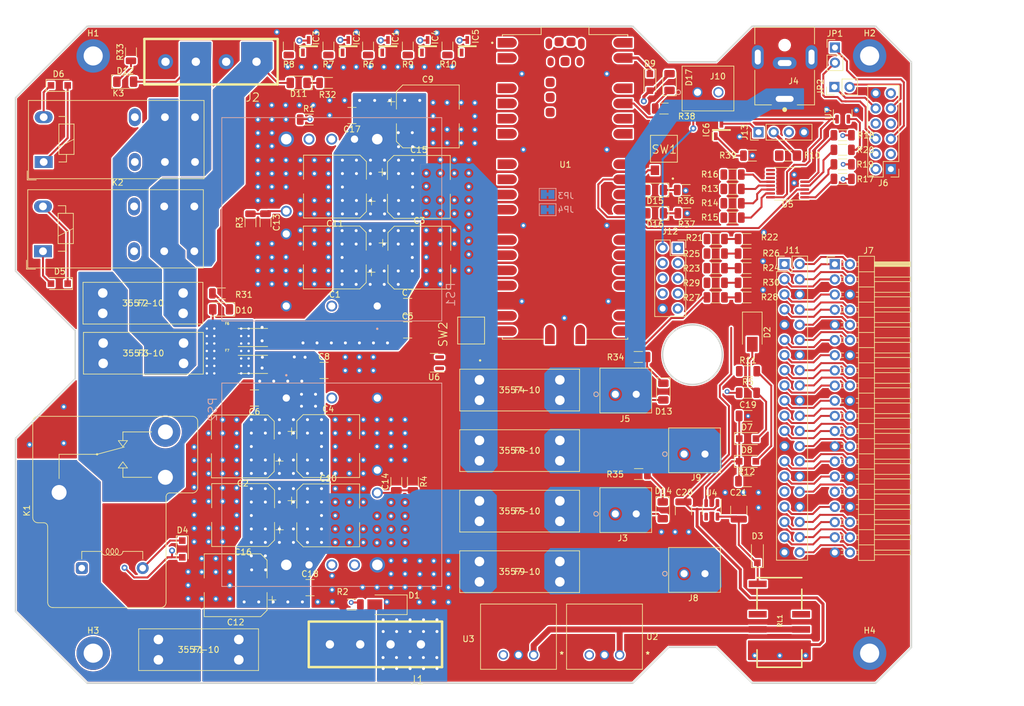
<source format=kicad_pcb>
(kicad_pcb (version 20211014) (generator pcbnew)
  (layers (0 "F.Cu" signal) (1 "In1.Cu" signal) (2 "In2.Cu" signal) (31 "B.Cu" signal) (34 "B.Paste" user) (35 "F.Paste" user) (36 "B.SilkS" user "B.Silkscreen") (37 "F.SilkS" user "F.Silkscreen") (38 "B.Mask" user) (39 "F.Mask" user) (44 "Edge.Cuts" user))
  (net 0 "")
  (net 2 "/15v PWR")
  (net 4 "/48V PWR")
  (net 6 "/V_batt+")
  (net 7 "/V_batt+ PROT")
  (net 8 "/V_batt+ PROT SW")
  (net 9 "/LIGHT BANK A PROT")
  (net 10 "/LIGHT BANK B PROT")
  (net 11 "/COMP PWR OUT PROT")
  (net 12 "/SWITCH PWR OUT PROT")
  (net 13 "/LIGHT BANK A PROT SW")
  (net 14 "/LIGHT BANK B PROT SW")
  (net 15 "/~{COMP PWR EN}")
  (net 16 "/COMP PWR GOOD")
  (net 17 "Net-(PS1-Pad6)")
  (net 18 "/~{SWITCH PWR EN}")
  (net 19 "/SWITCH PWR GOOD")
  (net 20 "Net-(PS2-Pad6)")
  (net 21 "/CPS_IN_PROT")
  (net 22 "/PSPS_IN_PROT")
  (net 23 "/JET_P1")
  (net 24 "/JET_P2")
  (net 25 "/JET_P3")
  (net 26 "/JET_P4")
  (net 27 "/JET_P5")
  (net 28 "/Jet_UART1_Tx")
  (net 29 "/5V BOOTSTRAP")
  (net 30 "Net-(D4-Pad2)")
  (net 31 "Net-(D5-Pad2)")
  (net 32 "/Main Relay EN")
  (net 33 "/Light A Relay EN")
  (net 34 "Net-(D6-Pad2)")
  (net 35 "Net-(D9-Pad1)")
  (net 36 "Net-(D10-Pad1)")
  (net 37 "Net-(D11-Pad1)")
  (net 38 "/Light B Relay EN")
  (net 39 "/Jet_UART1_Rx")
  (net 40 "/COMP PWR EN")
  (net 43 "/JET_P11")
  (net 45 "/SWITCH PWR EN")
  (net 54 "/JET_P12")
  (net 55 "/PICO OUT BIT 1")
  (net 56 "/PICO OUT BIT 0")
  (net 57 "/PICO IN BIT 0")
  (net 58 "/JET_P17")
  (net 59 "/PICO OUT BIT 2")
  (net 61 "GND")
  (net 62 "JET_RECOV")
  (net 63 "JET_RST")
  (net 64 "Net-(D12-Pad1)")
  (net 65 "Net-(J6-Pad5)")
  (net 66 "Net-(J6-Pad6)")
  (net 67 "CVB_STBY")
  (net 68 "SYSTEM_OC")
  (net 69 "Net-(J6-Pad9)")
  (net 70 "Net-(J6-Pad10)")
  (net 71 "/JET_P19")
  (net 72 "/JET_P21")
  (net 73 "/PICO IN BIT 2")
  (net 74 "/JET_P23")
  (net 75 "/JET_P24")
  (net 76 "/JET_P26")
  (net 77 "/JET_P27")
  (net 78 "/JET_P28")
  (net 79 "/JET_P29")
  (net 80 "/JET_P31")
  (net 81 "/PICO IN BIT 1")
  (net 82 "/JET_P33")
  (net 83 "/JET_P35")
  (net 84 "/JET_P36")
  (net 85 "/JET_P37")
  (net 86 "/JET_P38")
  (net 87 "/JET_P40")
  (net 88 "/Switched PWR IN PROT")
  (net 89 "/5V Logic PWR")
  (net 90 "/5V Relay PWR")
  (net 91 "/JET_P7")
  (net 92 "/15V Aux PWR OUT PROT")
  (net 93 "/48V Aux PWR OUT PROT")
  (net 94 "Net-(J10-Pad2)")
  (net 97 "Net-(D13-Pad1)")
  (net 99 "Net-(D14-Pad1)")
  (net 100 "Net-(D2-Pad2)")
  (net 101 "Net-(D8-Pad2)")
  (net 102 "Net-(RL1-PadC1)")
  (net 103 "/COMP PWR CM")
  (net 104 "/POE SW PWR CM")
  (net 105 "Net-(D15-Pad1)")
  (net 106 "/Pico LED A")
  (net 107 "Net-(D16-Pad1)")
  (net 108 "/Pico LED B")
  (net 109 "/MUX_S0")
  (net 110 "/MUX_S1")
  (net 111 "/MUX_S2")
  (net 112 "/Analog Mux OUT")
  (net 113 "/PICO 3V3")
  (net 114 "/System_Vin MES_ADC")
  (net 115 "Net-(R13-Pad2)")
  (net 116 "Net-(D17-Pad1)")
  (net 117 "Net-(R14-Pad2)")
  (net 118 "/COMP_Vout MES_ADC")
  (net 119 "Net-(R15-Pad2)")
  (net 120 "/POE_SW_Vout MES_ADC")
  (net 121 "Net-(R16-Pad2)")
  (net 122 "/JET_ON")
  (net 123 "Net-(R17-Pad2)")
  (net 124 "/Aux_ADC_IN")
  (net 125 "Net-(R18-Pad2)")
  (net 126 "/Light_A_Vout MES_ADC")
  (net 127 "Net-(R19-Pad2)")
  (net 128 "/Light_B_Vout MES_ADC")
  (net 129 "Net-(R20-Pad2)")
  (net 130 "/Pico UART0 Tx")
  (net 131 "/Pico UART0 Rx")
  (net 132 "Net-(JP3-Pad2)")
  (net 133 "Net-(JP4-Pad2)")
  (net 134 "/TEMP_SENSE_1")
  (net 135 "/TEMP_SENSE_2")
  (net 136 "Net-(SW1-Pad3)")
  (net 137 "Net-(F10-Pad2)")
  (net 138 "/Ext_Relay_Trig")
  (net 139 "/Ext_Relay_LOW_SIDE")
  (net 140 "/Aux_SW")
  (footprint "SMB:1843606" (layer "F.Cu") (at 189.1587 117.012299)
    (fp_text reference "J9")
    (fp_text value "Conn_01x02_Male" hide)
  )
  (footprint "Fuse:Fuse_1206_3216Metric_Pad1.42x1.75mm_HandSolder" (layer "F.Cu") (at 203.073 67.044)
    (fp_text reference "F10")
    (fp_text value "Fuse")
  )
  (footprint "SMB:3557-10" (layer "F.Cu") (at 151.395 135)
    (fp_text reference "F9")
    (fp_text value "3557-10")
  )
  (footprint "Resistor_SMD:R_1206_3216Metric" (layer "F.Cu") (at 212.209 63.635 180)
    (fp_text reference "R18")
    (fp_text value "10k")
  )
  (footprint "SMB:3557-10" (layer "F.Cu") (at 88.395 98.424999)
    (fp_text reference "F3")
    (fp_text value "3557-10")
  )
  (footprint "Resistor_SMD:R_1206_3216Metric" (layer "F.Cu") (at 193.7712 75.02)
    (fp_text reference "R14")
    (fp_text value "10k")
  )
  (footprint "Package_TO_SOT_SMD:SOT-23" (layer "F.Cu") (at 143.792 101.719 180)
    (fp_text reference "U6")
    (fp_text value "MCP9700T-ETT")
  )
  (footprint "Capacitor_SMD:C_1210_3225Metric" (layer "F.Cu") (at 194.818 126.43 90)
    (fp_text reference "C21")
    (fp_text value "10uF")
  )
  (footprint "Capacitor_SMD:CP_Elec_10x12.6" (layer "F.Cu") (at 141.25 72.275)
    (fp_text reference "C15")
    (fp_text value "100uF")
  )
  (footprint "Resistor_SMD:R_1206_3216Metric" (layer "F.Cu") (at 190.954 85.888 180)
    (fp_text reference "R23")
    (fp_text value "100k")
  )
  (footprint "Package_TO_SOT_SMD:SOT-23-5" (layer "F.Cu") (at 190.299 126.35 -90)
    (fp_text reference "U4")
    (fp_text value "AP7375-50W5-7")
  )
  (footprint "LED_SMD:LED_1206_3216Metric" (layer "F.Cu") (at 182.184 106.551 -90)
    (fp_text reference "D13")
    (fp_text value "RED")
  )
  (footprint "Connector_PinHeader_2.54mm:PinHeader_2x20_P2.54mm_Vertical" (layer "F.Cu") (at 202.4683 85.196001)
    (fp_text reference "J11")
    (fp_text value "Conn_02x20_Odd_Even")
  )
  (footprint "Capacitor_SMD:C_1210_3225Metric" (layer "F.Cu") (at 185.547 126.492 -90)
    (fp_text reference "C20")
    (fp_text value "10uF")
  )
  (footprint "Diode_SMD:D_SOD-123F" (layer "F.Cu") (at 179.9336 54.7624 -90)
    (fp_text reference "D9")
    (fp_text value "D")
  )
  (footprint "Capacitor_SMD:CP_Elec_10x12.6" (layer "F.Cu") (at 127.175 84.1 180)
    (fp_text reference "C1")
    (fp_text value "270uF")
  )
  (footprint "SMB:1843606" (layer "F.Cu") (at 191.408 56.436)
    (fp_text reference "J10")
    (fp_text value "Conn_01x02_Male" hide)
  )
  (footprint "Resistor_SMD:R_1206_3216Metric" (layer "F.Cu") (at 182.29 59.161 180)
    (fp_text reference "R38")
    (fp_text value "1k")
  )
  (footprint "SMB:3557-10" (layer "F.Cu") (at 151.395 114.73)
    (fp_text reference "F8")
    (fp_text value "3557-10")
  )
  (footprint "Resistor_SMD:R_1206_3216Metric" (layer "F.Cu") (at 190.954 81 180)
    (fp_text reference "R21")
    (fp_text value "100k")
  )
  (footprint "Diode_SMD:D_SOD-123F" (layer "F.Cu") (at 81.0502 88.4682 180)
    (fp_text reference "D5")
    (fp_text value "D")
  )
  (footprint "SMB:SW_TL3305BF260QG" (layer "F.Cu") (at 182.279 65.889 90)
    (fp_text reference "SW1")
    (fp_text value "SW_Push")
  )
  (footprint "Resistor_SMD:R_1206_3216Metric" (layer "F.Cu") (at 196.166 85.888)
    (fp_text reference "R24")
    (fp_text value "10k")
  )
  (footprint "Capacitor_SMD:CP_Elec_10x12.6" (layer "F.Cu") (at 127.2 72.225 180)
    (fp_text reference "C11")
    (fp_text value "100uF")
  )
  (footprint "SMB:1843606" (layer "F.Cu") (at 177.6435 107.000799)
    (fp_text reference "J5")
    (fp_text value "Conn_01x02_Male" hide)
  )
  (footprint "Resistor_SMD:R_1206_3216Metric" (layer "F.Cu") (at 193.7712 72.62)
    (fp_text reference "R13")
    (fp_text value "10k")
  )
  (footprint "LED_SMD:LED_1206_3216Metric" (layer "F.Cu") (at 182.081 126.428 -90)
    (fp_text reference "D14")
    (fp_text value "RED")
  )
  (footprint "Resistor_SMD:R_1206_3216Metric" (layer "F.Cu") (at 212.209 68.501667 180)
    (fp_text reference "R19")
    (fp_text value "10k")
  )
  (footprint "LED_SMD:LED_1206_3216Metric" (layer "F.Cu") (at 92.087 54.665)
    (fp_text reference "D12")
    (fp_text value "RED")
  )
  (footprint "Resistor_SMD:R_1206_3216Metric" (layer "F.Cu") (at 146.038264 48.7296 90)
    (fp_text reference "R10")
    (fp_text value "10k")
  )
  (footprint "Resistor_SMD:R_1206_3216Metric" (layer "F.Cu") (at 113.055 78.245 90)
    (fp_text reference "R3")
    (fp_text value "1k")
  )
  (footprint "Connector_PinHeader_2.54mm:PinHeader_1x02_P2.54mm_Vertical" (layer "F.Cu") (at 210.8289 55.5468 90)
    (fp_text reference "JP2")
    (fp_text value "Jumper_2_Open")
  )
  (footprint "Resistor_SMD:R_1206_3216Metric" (layer "F.Cu") (at 190.954 83.444 180)
    (fp_text reference "R25")
    (fp_text value "100k")
  )
  (footprint "Capacitor_SMD:CP_Elec_10x12.6" (layer "F.Cu") (at 111.825 127.225 180)
    (fp_text reference "C16")
    (fp_text value "100uF")
  )
  (footprint "SMB:CUI_PJ-063BH" (layer "F.Cu") (at 202.4968 57.5424 90)
    (fp_text reference "J4")
    (fp_text value "PJ-063BH")
  )
  (footprint "Diode_SMD:D_SMA" (layer "F.Cu") (at 135.89 142.24 180)
    (fp_text reference "D1")
    (fp_text value "D_TVS")
  )
  (footprint "SMB:3557-10" (layer "F.Cu") (at 151.395 124.865)
    (fp_text reference "F5")
    (fp_text value "3557-10")
  )
  (footprint "Resistor_SMD:R_1206_3216Metric" (layer "F.Cu") (at 126.110266 48.7296 90)
    (fp_text reference "R7")
    (fp_text value "10k")
  )
  (footprint "Resistor_SMD:R_1206_3216Metric" (layer "F.Cu") (at 119.4676 48.7296 90)
    (fp_text reference "R8")
    (fp_text value "10k")
  )
  (footprint "Resistor_SMD:R_1206_3216Metric" (layer "F.Cu") (at 126.091 54.866)
    (fp_text reference "R32")
    (fp_text value "10k")
  )
  (footprint "Capacitor_SMD:CP_Elec_10x12.6" (layer "F.Cu") (at 142.75 60.475)
    (fp_text reference "C9")
    (fp_text value "100uF")
  )
  (footprint "Connector_PinHeader_2.54mm:PinHeader_2x20_P2.54mm_Horizontal" (layer "F.Cu") (at 210.8868 85.2218)
    (fp_text reference "J7")
    (fp_text value "Conn_02x20_Odd_Even")
  )
  (footprint "SMB:SW_TL3305BF260QG" (layer "F.Cu") (at 150.003 96.331 90)
    (fp_text reference "SW2")
    (fp_text value "SW_Push")
  )
  (footprint "SMB:Relay_SPDT_RAYEX-L90S" (layer "F.Cu") (at 89.915 138.64 90)
    (fp_text reference "K1")
    (fp_text value "J115F11CH5VDCS61.5U")
  )
  (footprint "Resistor_SMD:R_1206_3216Metric" (layer "F.Cu") (at 108.148 90.107)
    (fp_text reference "R31")
    (fp_text value "10k")
  )
  (footprint "Capacitor_SMD:C_1210_3225Metric" (layer "F.Cu") (at 113.725 107.625 180)
    (fp_text reference "C6")
    (fp_text value "10uF")
  )
  (footprint "Resistor_SMD:R_1206_3216Metric" (layer "F.Cu") (at 122.845 61.005)
    (fp_text reference "R1")
    (fp_text value "4.64k")
  )
  (footprint "Resistor_SMD:R_1206_3216Metric" (layer "F.Cu") (at 196.166 88.332)
    (fp_text reference "R30")
    (fp_text value "10k")
  )
  (footprint "Diode_SMD:D_SOD-123F" (layer "F.Cu") (at 196.296 114.417)
    (fp_text reference "D7")
    (fp_text value "D")
  )
  (footprint "Resistor_SMD:R_1206_3216Metric" (layer "F.Cu") (at 190.954 90.776 180)
    (fp_text reference "R27")
    (fp_text value "100k")
  )
  (footprint "Resistor_SMD:R_1206_3216Metric" (layer "F.Cu") (at 197.061 67.044)
    (fp_text reference "R39")
    (fp_text value "10k")
  )
  (footprint "Resistor_SMD:R_1206_3216Metric" (layer "F.Cu") (at 196.364 103.136)
    (fp_text reference "R11")
    (fp_text value "10k")
  )
  (footprint "Relay_THT:Relay_SPDT_Schrack-RT1-16A-FormC_RM5mm" (layer "F.Cu") (at 78.435 68.105)
    (fp_text reference "K3")
    (fp_text value "J114FL1CS165VDC.41")
  )
  (footprint "SMB:MODULE_SC0915" (layer "F.Cu") (at 165.73 72.285)
    (fp_text reference "U1")
    (fp_text value "SC0915")
  )
  (footprint "Diode_SMD:D_SOD-123F" (layer "F.Cu") (at 81.0502 55.2834)
    (fp_text reference "D6")
    (fp_text value "D")
  )
  (footprint "Resistor_SMD:R_1206_3216Metric" (layer "F.Cu") (at 93.051 49.702 90)
    (fp_text reference "R33")
    (fp_text value "10k")
  )
  (footprint "Diode_SMD:D_SOD-123F" (layer "F.Cu") (at 197.927 133.802 90)
    (fp_text reference "D3")
    (fp_text value "D")
  )
  (footprint "LED_SMD:LED_1206_3216Metric" (layer "F.Cu") (at 183.22 54.7249 90)
    (fp_text reference "D17")
    (fp_text value "RED")
  )
  (footprint "Resistor_SMD:R_1206_3216Metric" (layer "F.Cu") (at 196.166 90.776)
    (fp_text reference "R28")
    (fp_text value "10k")
  )
  (footprint "SMB:SOT95P237X112-3N" (layer "F.Cu") (at 122.788933 48.7296 90)
    (fp_text reference "IC3")
    (fp_text value "SI2318CDS-T1-GE3")
  )
  (footprint "Relay_THT:Relay_SPDT_Schrack-RT1-16A-FormC_RM5mm" (layer "F.Cu") (at 78.315 83.05)
    (fp_text reference "K2")
    (fp_text value "J114FL1CS165VDC.41")
  )
  (footprint "Capacitor_SMD:C_1206_3216Metric" (layer "F.Cu") (at 115.575 78.245 -90)
    (fp_text reference "C13")
    (fp_text value "0.1uF")
  )
  (footprint "SMB:3557-10" (layer "F.Cu") (at 151.395 104.595)
    (fp_text reference "F4")
    (fp_text value "3557-10")
  )
  (footprint "Resistor_SMD:R_1206_3216Metric" (layer "F.Cu") (at 178.052 120.363 180)
    (fp_text reference "R35")
    (fp_text value "10k")
  )
  (footprint "Resistor_SMD:R_1206_3216Metric" (layer "F.Cu") (at 177.994 100.751 180)
    (fp_text reference "R34")
    (fp_text value "10k")
  )
  (footprint "Capacitor_SMD:CP_Elec_10x12.6" (layer "F.Cu") (at 110.575 138.975 180)
    (fp_text reference "C12")
    (fp_text value "100uF")
  )
  (footprint "Connector_PinHeader_2.54mm:PinHeader_1x02_P2.54mm_Vertical" (layer "F.Cu") (at 210.9188 48.9428)
    (fp_text reference "JP1")
    (fp_text value "Jumper_2_Open")
  )
  (footprint "SMB:OKI-78SR-5&slash_1.5-W36E-C" (layer "F.Cu") (at 174.87 150.635 180)
    (fp_text reference "U2")
    (fp_text value "OKI-78SR-5/1.5-W36E-C" hide)
  )
  (footprint "SMB:SOT95P237X112-3N" (layer "F.Cu") (at 142.716931 48.7296 90)
    (fp_text reference "IC4")
    (fp_text value "SI2318CDS-T1-GE3")
  )
  (footprint "Capacitor_SMD:C_1210_3225Metric" (layer "F.Cu") (at 123.025 139.375)
    (fp_text reference "C18")
    (fp_text value "0.1uF")
  )
  (footprint "Resistor_SMD:R_1206_3216Metric" (layer "F.Cu") (at 196.166 81)
    (fp_text reference "R22")
    (fp_text value "10k")
  )
  (footprint "Capacitor_SMD:CP_Elec_10x12.6" (layer "F.Cu") (at 126.075 127.275)
    (fp_text reference "C10")
    (fp_text value "100uF")
  )
  (footprint "Resistor_SMD:R_1206_3216Metric" (layer "F.Cu") (at 190.954 88.332 180)
    (fp_text reference "R29")
    (fp_text value "100k")
  )
  (footprint "Diode_SMD:D_SOD-123F" (layer "F.Cu") (at 101.6378 132.898 -90)
    (fp_text reference "D4")
    (fp_text value "D")
  )
  (footprint "Resistor_SMD:R_1206_3216Metric" (layer "F.Cu") (at 193.7712 70.22)
    (fp_text reference "R16")
    (fp_text value "10k")
  )
  (footprint "Capacitor_SMD:C_1206_3216Metric" (layer "F.Cu") (at 137.475 121.625 90)
    (fp_text reference "C14")
    (fp_text value "0.1uF")
  )
  (footprint "SMB:1843606" (layer "F.Cu") (at 177.6435 127.023799)
    (fp_text reference "J3")
    (fp_text value "Conn_01x02_Male" hide)
  )
  (footprint "SMB:SOT95P237X112-3N" (layer "F.Cu") (at 149.3596 48.7296 90)
    (fp_text reference "IC5")
    (fp_text value "SI2318CDS-T1-GE3")
  )
  (footprint "MountingHole:MountingHole_3.2mm_M3_DIN965_Pad" (layer "F.Cu") (at 216.725 50.35)
    (fp_text reference "H2")
    (fp_text value "MountingHole_Pad")
  )
  (footprint "SMB:OKI-78SR-5&slash_1.5-W36E-C" (layer "F.Cu") (at 160.47 150.635 180)
    (fp_text reference "U3")
    (fp_text value "OKI-78SR-5/1.5-W36E-C" hide)
  )
  (footprint "SMB:SOT95P237X112-3N" (layer "F.Cu") (at 136.074265 48.7296 90)
    (fp_text reference "IC1")
    (fp_text value "SI2318CDS-T1-GE3")
  )
  (footprint "SMB:1843606" (layer "F.Cu") (at 189.1587 137.035301)
    (fp_text reference "J8")
    (fp_text value "Conn_01x02_Male" hide)
  )
  (footprint "Diode_SMD:D_SMA" (layer "F.Cu") (at 197.076 96.633 -90)
    (fp_text reference "D2")
    (fp_text value "D_TVS")
  )
  (footprint "LED_SMD:LED_1206_3216Metric" (layer "F.Cu") (at 180.81 76.699 180)
    (fp_text reference "D16")
    (fp_text value "RED")
  )
  (footprint "SMB:SOT95P237X112-3N" (layer "F.Cu") (at 191.912 62.749 90)
    (fp_text reference "IC6")
    (fp_text value "SI2318CDS-T1-GE3")
  )
  (footprint "Resistor_SMD:R_1206_3216Metric" (layer "F.Cu") (at 139.395598 48.7296 90)
    (fp_text reference "R9")
    (fp_text value "10k")
  )
  (footprint "LED_SMD:LED_1206_3216Metric" (layer "F.Cu") (at 180.81 72.799 180)
    (fp_text reference "D15")
    (fp_text value "RED")
  )
  (footprint "Capacitor_SMD:C_1206_3216Metric" (layer "F.Cu") (at 196.342 110.617)
    (fp_text reference "C19")
    (fp_text value "0.1uF")
  )
  (footprint "SMB:FUSC9830X318N" (layer "F.Cu") (at 113.465 97.495)
    (fp_text reference "F6")
    (fp_text value "Fuse")
  )
  (footprint "Resistor_SMD:R_1206_3216Metric" (layer "F.Cu") (at 186.078 76.699 180)
    (fp_text reference "R37")
    (fp_text value "1k")
  )
  (footprint "Resistor_SMD:R_1206_3216Metric" (layer "F.Cu") (at 185.97 72.799 180)
    (fp_text reference "R36")
    (fp_text value "1k")
  )
  (footprint "Capacitor_SMD:C_1210_3225Metric" (layer "F.Cu") (at 139.375 96.225)
    (fp_text reference "C5")
    (fp_text value "10uF")
  )
  (footprint "Capacitor_SMD:C_1210_3225Metric" (layer "F.Cu") (at 125.375 103.01)
    (fp_text reference "C8")
    (fp_text value "10uF")
  )
  (footprint "Resistor_SMD:R_1206_3216Metric" (layer "F.Cu") (at 212.209 70.935 180)
    (fp_text reference "R17")
    (fp_text value "10k")
  )
  (footprint "Resistor_SMD:R_1206_3216Metric" (layer "F.Cu") (at 193.7712 77.42)
    (fp_text reference "R15")
    (fp_text value "10k")
  )
  (footprint "SMB:1924321" (layer "F.Cu") (at 133.975 148.875 180)
    (fp_text reference "J1")
    (fp_text value "Conn_01x04_Male")
  )
  (footprint "Capacitor_SMD:CP_Elec_10x12.6" (layer "F.Cu") (at 111.775 115.725 180)
    (fp_text reference "C2")
    (fp_text value "270uF")
  )
  (footprint "Connector_PinHeader_2.54mm:PinHeader_2x06_P2.54mm_Vertical" (layer "F.Cu") (at 220.2758 69.296 180)
    (fp_text reference "J6")
    (fp_text value "Conn_02x06_Counter_Clockwise")
  )
  (footprint "Capacitor_SMD:CP_Elec_10x12.6" (layer "F.Cu") (at 126.075 115.675)
    (fp_text reference "C4")
    (fp_text value "270uF")
  )
  (footprint "MountingHole:MountingHole_3.2mm_M3_DIN965_Pad" (layer "F.Cu") (at 216.725 150.35)
    (fp_text reference "H4")
    (fp_text value "MountingHole_Pad")
  )
  (footprint "MountingHole:MountingHole_3.2mm_M3_DIN965_Pad" (layer "F.Cu") (at 86.725 50.35)
    (fp_text reference "H1")
    (fp_text value "MountingHole_Pad")
  )
  (footprint "Resistor_SMD:R_1206_3216Metric" (layer "F.Cu") (at 212.209 66.068334 180)
    (fp_text reference "R20")
    (fp_text value "10k")
  )
  (footprint "Resistor_SMD:R_1206_3216Metric" (layer "F.Cu") (at 196.166 83.444)
    (fp_text reference "R26")
    (fp_text value "10k")
  )
  (footprint "LED_SMD:LED_1206_3216Metric" (layer "F.Cu") (at 121.12 54.866 180)
    (fp_text reference "D11")
    (fp_text value "RED")
  )
  (footprint "Resistor_SMD:R_1206_3216Metric" (layer "F.Cu") (at 132.752932 48.7296 90)
    (fp_text reference "R6")
    (fp_text value "10k")
  )
  (footprint "MountingHole:MountingHole_3.2mm_M3_DIN965_Pad" (layer "F.Cu") (at 86.725 150.35)
    (fp_text reference "H3")
    (fp_text value "MountingHole_Pad")
  )
  (footprint "SMB:SOT95P237X112-3N" (layer "F.Cu") (at 129.431599 48.7296 90)
    (fp_text reference "IC2")
    (fp_text value "SI2318CDS-T1-GE3")
  )
  (footprint "Capacitor_SMD:C_1210_3225Metric" (layer "F.Cu") (at 130.05 60.325 180)
    (fp_text reference "C17")
    (fp_text value "0.1uF")
  )
  (footprint "LED_SMD:LED_1206_3216Metric" (layer "F.Cu") (at 108.144 92.776 180)
    (fp_text reference "D10")
    (fp_text value "RED")
  )
  (footprint "Capacitor_SMD:C_1210_3225Metric" (layer "F.Cu") (at 139.375 92.3)
    (fp_text reference "C7")
    (fp_text value "10uF")
  )
  (footprint "SMB:3557-10" (layer "F.Cu") (at 88.325 90.045)
    (fp_text reference "F2")
    (fp_text value "3557-10")
  )
  (footprint "Resistor_SMD:R_1206_3216Metric" (layer "F.Cu") (at 196.228 121.5638 180)
    (fp_text reference "R12")
    (fp_text value "100k")
  )
  (footprint "Connector_PinHeader_2.54mm:PinHeader_1x04_P2.54mm_Vertical" (layer "F.Cu") (at 198.12 63.119 90)
    (fp_text reference "J13")
    (fp_text value "Conn_01x04_Female")
  )
  (footprint "Package_SO:TSSOP-16_4.4x5mm_P0.65mm" (layer "F.Cu") (at 202.9886 71.744 180)
    (fp_text reference "U5")
    (fp_text value "74HC4051")
  )
  (footprint "Package_TO_SOT_SMD:SOT-23" (layer "F.Cu") (at 212.213 59.994 90)
    (fp_text reference "U7")
    (fp_text value "MCP9700T-ETT")
  )
  (footprint "Capacitor_SMD:CP_Elec_10x12.6" (layer "F.Cu") (at 141.325 84.125)
    (fp_text reference "C3")
    (fp_text value "270uF")
  )
  (footprint "Resistor_SMD:R_1206_3216Metric" (layer "F.Cu") (at 196.342 106.7562)
    (fp_text reference "R5")
    (fp_text value "10k")
  )
  (footprint "SMB:3557-10" (layer "F.Cu") (at 111.105 151.461667 180)
    (fp_text reference "F1")
    (fp_text value "3557-10")
  )
  (footprint "Resistor_SMD:R_1206_3216Metric" (layer "F.Cu") (at 129.997 142.193 180)
    (fp_text reference "R2")
    (fp_text value "28")
  )
  (footprint "Resistor_SMD:R_1206_3216Metric" (layer "F.Cu") (at 140.255 121.625 -90)
    (fp_text reference "R4")
    (fp_text value "1k")
  )
  (footprint "SMB:FUSC9830X318N" (layer "F.Cu") (at 113.465 101.995)
    (fp_text reference "F7")
    (fp_text value "Fuse")
  )
  (footprint "SMB:EE2-5NU" (layer "F.Cu") (at 201.70751 144.94936 -90)
    (fp_text reference "RL1")
    (fp_text value "EE2-5NU")
  )
  (footprint "Diode_SMD:D_SOD-123F" (layer "F.Cu") (at 196.277 118.227)
    (fp_text reference "D8")
    (fp_text value "D")
  )
  (footprint "Connector_PinSocket_2.54mm:PinSocket_2x05_P2.54mm_Vertical" (layer "F.Cu") (at 184.609 82.501)
    (fp_text reference "J12")
    (fp_text value "Conn_02x05_Top_Bottom")
  )
  (footprint "SMB:1924321" (layer "F.Cu") (at 106.45 51.325 180)
    (fp_text reference "J2")
    (fp_text value "Conn_01x04_Male")
  )
  (footprint "SMB:CONV_I7C4W008A120V-0C3-R" (layer "B.Cu") (at 134.285 92.225 90)
    (fp_text reference "PS1")
    (fp_text value "I7C4W008A120V-0C3-R")
  )
  (footprint "Jumper:SolderJumper-2_P1.3mm_Bridged_Pad1.0x1.5mm" (layer "B.Cu") (at 162.81 73.533 180)
    (fp_text reference "JP3")
    (fp_text value "Jmp_2_Bridged")
  )
  (footprint "SMB:CONV_I7C4W008A120V-0C3-R" (layer "B.Cu") (at 119.055 107.625 -90)
    (fp_text reference "PS2")
    (fp_text value "I7C4W008A120V-0C3-R")
  )
  (footprint "Jumper:SolderJumper-2_P1.3mm_Bridged_Pad1.0x1.5mm" (layer "B.Cu") (at 162.81 76.097 180)
    (fp_text reference "JP4")
    (fp_text value "Jmp_2_Bridged")
  )
  (gr_line locked (start 83.725 104.365138) (end 73.725 114.365138) (layer "Edge.Cuts") (width 0.25))
  (gr_line locked (start 197.058333 155.365138) (end 217.725 155.365138) (layer "Edge.Cuts") (width 0.25))
  (gr_line locked (start 85.725004 155.365134) (end 177.058333 155.365138) (layer "Edge.Cuts") (width 0.25))
  (gr_line locked (start 191.058333 149.365138) (end 197.058333 155.365138) (layer "Edge.Cuts") (width 0.25))
  (gr_line locked (start 191.058333 51.365138) (end 183.058333 51.365138) (layer "Edge.Cuts") (width 0.25))
  (gr_line locked (start 83.725 96.365138) (end 83.725 104.365138) (layer "Edge.Cuts") (width 0.25))
  (gr_line locked (start 217.725 155.365138) (end 223.725 149.365138) (layer "Edge.Cuts") (width 0.25))
  (gr_line locked (start 217.725 45.365138) (end 197.058333 45.365138) (layer "Edge.Cuts") (width 0.25))
  (gr_line locked (start 73.725 143.365138) (end 85.725004 155.365134) (layer "Edge.Cuts") (width 0.25))
  (gr_line locked (start 177.058333 45.365138) (end 85.725 45.365138) (layer "Edge.Cuts") (width 0.25))
  (gr_line locked (start 223.725 149.365138) (end 223.725 51.365138) (layer "Edge.Cuts") (width 0.25))
  (gr_line locked (start 73.725 86.365138) (end 83.725 96.365138) (layer "Edge.Cuts") (width 0.25))
  (gr_line locked (start 197.058333 45.365138) (end 191.058333 51.365138) (layer "Edge.Cuts") (width 0.25))
  (gr_line locked (start 73.725 57.365138) (end 73.725 86.365138) (layer "Edge.Cuts") (width 0.25))
  (gr_line locked (start 183.058333 149.365138) (end 191.058333 149.365138) (layer "Edge.Cuts") (width 0.25))
  (gr_line locked (start 183.058333 51.365138) (end 177.058333 45.365138) (layer "Edge.Cuts") (width 0.25))
  (gr_circle locked (center 187.058333 100.365138) (end 182.058333 100.365138) (layer "Edge.Cuts") (width 0.25) (fill none))
  (gr_line locked (start 73.725 114.365138) (end 73.725 143.365138) (layer "Edge.Cuts") (width 0.25))
  (gr_line locked (start 85.725 45.365138) (end 73.725 57.365138) (layer "Edge.Cuts") (width 0.25))
  (gr_line locked (start 223.725 51.365138) (end 217.725 45.365138) (layer "Edge.Cuts") (width 0.25))
  (gr_line locked (start 177.058333 155.365138) (end 183.058333 149.365138) (layer "Edge.Cuts") (width 0.25))
  (via (at 140.2 67.8) (size 1) (drill 0.5) (layers "F.Cu" "B.Cu") (net 2))
  (via (at 135.5 67.8) (size 1) (drill 0.5) (layers "F.Cu" "B.Cu") (net 2))
  (via (at 128.45 76.8) (size 1) (drill 0.5) (layers "F.Cu" "B.Cu") (net 2))
  (via (at 137.85 70.05) (size 1) (drill 0.5) (layers "F.Cu" "B.Cu") (net 2))
  (via (at 137.8 63.2) (size 1) (drill 0.5) (layers "F.Cu" "B.Cu") (net 2))
  (via (at 135.5 76.8) (size 1) (drill 0.5) (layers "F.Cu" "B.Cu") (net 2))
  (via (at 140.2 76.8) (size 1) (drill 0.5) (layers "F.Cu" "B.Cu") (net 2))
  (via (at 130.8 70.05) (size 1) (drill 0.5) (layers "F.Cu" "B.Cu") (net 2))
  (via (at 140.2 72.3) (size 1) (drill 0.5) (layers "F.Cu" "B.Cu") (net 2))
  (via (at 141.4 57.8) (size 1) (drill 0.5) (layers "F.Cu" "B.Cu") (net 2))
  (via (at 128.45 72.3) (size 1) (drill 0.5) (layers "F.Cu" "B.Cu") (net 2))
  (via (at 130.8 76.8) (size 1) (drill 0.5) (layers "F.Cu" "B.Cu") (net 2))
  (via (at 136.367332 57.8) (size 1) (drill 0.5) (layers "F.Cu" "B.Cu") (net 2))
  (via (at 140.15 63.2) (size 1) (drill 0.5) (layers "F.Cu" "B.Cu") (net 2))
  (via (at 140.2 70.05) (size 1) (drill 0.5) (layers "F.Cu" "B.Cu") (net 2))
  (via (at 135.5 70.05) (size 1) (drill 0.5) (layers "F.Cu" "B.Cu") (net 2))
  (via (at 130.8 67.8) (size 1) (drill 0.5) (layers "F.Cu" "B.Cu") (net 2))
  (via (at 137.85 67.8) (size 1) (drill 0.5) (layers "F.Cu" "B.Cu") (net 2))
  (via (at 128.45 70.05) (size 1) (drill 0.5) (layers "F.Cu" "B.Cu") (net 2))
  (via (at 128.45 67.8) (size 1) (drill 0.5) (layers "F.Cu" "B.Cu") (net 2))
  (via (at 140.2 74.55) (size 1) (drill 0.5) (layers "F.Cu" "B.Cu") (net 2))
  (via (at 137.85 65.55) (size 1) (drill 0.5) (layers "F.Cu" "B.Cu") (net 2))
  (via (at 138.883665 57.8) (size 1) (drill 0.5) (layers "F.Cu" "B.Cu") (net 2))
  (via (at 133.850999 57.8) (size 1) (drill 0.5) (layers "F.Cu" "B.Cu") (net 2))
  (via (at 131.334666 57.8) (size 1) (drill 0.5) (layers "F.Cu" "B.Cu") (net 2))
  (via (at 140.2 65.55) (size 1) (drill 0.5) (layers "F.Cu" "B.Cu") (net 2))
  (via (at 133.15 74.55) (size 1) (drill 0.5) (layers "F.Cu" "B.Cu") (net 2))
  (via (at 130.8 74.55) (size 1) (drill 0.5) (layers "F.Cu" "B.Cu") (net 2))
  (via (at 137.85 74.55) (size 1) (drill 0.5) (layers "F.Cu" "B.Cu") (net 2))
  (via (at 133.15 76.8) (size 1) (drill 0.5) (layers "F.Cu" "B.Cu") (net 2))
  (via (at 133.15 70.05) (size 1) (drill 0.5) (layers "F.Cu" "B.Cu") (net 2))
  (via (at 133.15 67.8) (size 1) (drill 0.5) (layers "F.Cu" "B.Cu") (net 2))
  (via (at 135.5 74.55) (size 1) (drill 0.5) (layers "F.Cu" "B.Cu") (net 2))
  (via (at 128.45 74.55) (size 1) (drill 0.5) (layers "F.Cu" "B.Cu") (net 2))
  (via (at 137.85 76.8) (size 1) (drill 0.5) (layers "F.Cu" "B.Cu") (net 2))
  (via (at 122.6 131.8) (size 1) (drill 0.5) (layers "F.Cu" "B.Cu") (net 4))
  (via (at 124.95 127.3) (size 1) (drill 0.5) (layers "F.Cu" "B.Cu") (net 4))
  (via (at 113.2 134.05) (size 1) (drill 0.5) (layers "F.Cu" "B.Cu") (net 4))
  (via (at 116.874726 141.768) (size 1) (drill 0.5) (layers "F.Cu" "B.Cu") (net 4))
  (via (at 121.749452 141.768) (size 1) (drill 0.5) (layers "F.Cu" "B.Cu") (net 4))
  (via (at 122.6 129.55) (size 1) (drill 0.5) (layers "F.Cu" "B.Cu") (net 4))
  (via (at 122.6 122.8) (size 1) (drill 0.5) (layers "F.Cu" "B.Cu") (net 4))
  (via (at 120.25 125.05) (size 1) (drill 0.5) (layers "F.Cu" "B.Cu") (net 4))
  (via (at 113.2 125.05) (size 1) (drill 0.5) (layers "F.Cu" "B.Cu") (net 4))
  (via (at 112 141.768) (size 1) (drill 0.5) (layers "F.Cu" "B.Cu") (net 4))
  (via (at 124.95 122.8) (size 1) (drill 0.5) (layers "F.Cu" "B.Cu") (net 4))
  (via (at 114.437363 141.768) (size 1) (drill 0.5) (layers "F.Cu" "B.Cu") (net 4))
  (via (at 115.6 136.4) (size 1) (drill 0.5) (layers "F.Cu" "B.Cu") (net 4))
  (via (at 113.2 131.8) (size 1) (drill 0.5) (layers "F.Cu" "B.Cu") (net 4))
  (via (at 119.312089 141.768) (size 1) (drill 0.5) (layers "F.Cu" "B.Cu") (net 4))
  (via (at 113.2 127.3) (size 1) (drill 0.5) (layers "F.Cu" "B.Cu") (net 4))
  (via (at 117.9 129.55) (size 1) (drill 0.5) (layers "F.Cu" "B.Cu") (net 4))
  (via (at 113.25 136.4) (size 1) (drill 0.5) (layers "F.Cu" "B.Cu") (net 4))
  (via (at 115.55 125.05) (size 1) (drill 0.5) (layers "F.Cu" "B.Cu") (net 4))
  (via (at 115.55 131.8) (size 1) (drill 0.5) (layers "F.Cu" "B.Cu") (net 4))
  (via (at 124.95 125.05) (size 1) (drill 0.5) (layers "F.Cu" "B.Cu") (net 4))
  (via (at 115.55 122.8) (size 1) (drill 0.5) (layers "F.Cu" "B.Cu") (net 4))
  (via (at 115.55 134.05) (size 1) (drill 0.5) (layers "F.Cu" "B.Cu") (net 4))
  (via (at 115.55 129.55) (size 1) (drill 0.5) (layers "F.Cu" "B.Cu") (net 4))
  (via (at 122.6 125.05) (size 1) (drill 0.5) (layers "F.Cu" "B.Cu") (net 4))
  (via (at 117.9 122.8) (size 1) (drill 0.5) (layers "F.Cu" "B.Cu") (net 4))
  (via (at 124.95 129.55) (size 1) (drill 0.5) (layers "F.Cu" "B.Cu") (net 4))
  (via (at 113.2 122.8) (size 1) (drill 0.5) (layers "F.Cu" "B.Cu") (net 4))
  (via (at 117.9 125.05) (size 1) (drill 0.5) (layers "F.Cu" "B.Cu") (net 4))
  (via (at 120.25 129.55) (size 1) (drill 0.5) (layers "F.Cu" "B.Cu") (net 4))
  (via (at 120.25 131.8) (size 1) (drill 0.5) (layers "F.Cu" "B.Cu") (net 4))
  (via (at 117.9 131.8) (size 1) (drill 0.5) (layers "F.Cu" "B.Cu") (net 4))
  (via (at 124.95 131.8) (size 1) (drill 0.5) (layers "F.Cu" "B.Cu") (net 4))
  (via (at 113.2 129.55) (size 1) (drill 0.5) (layers "F.Cu" "B.Cu") (net 4))
  (via (at 120.25 122.8) (size 1) (drill 0.5) (layers "F.Cu" "B.Cu") (net 4))
  (segment (start 196.723 141.097) (end 195.072 139.446) (width 0.5) (layer "F.Cu") (net 7))
  (segment (start 205.25243 148.91151) (end 205.25702 148.9161) (width 1) (layer "F.Cu") (net 7))
  (segment (start 208.915 142.113) (end 207.899 141.097) (width 0.5) (layer "F.Cu") (net 7))
  (segment (start 193.167 117.094) (end 193.167 108.966) (width 0.3302) (layer "F.Cu") (net 7))
  (segment (start 190.662361 126.2401) (end 187.8351 126.2401) (width 0.3302) (layer "F.Cu") (net 7))
  (segment (start 208.3349 148.9161) (end 208.915 148.336) (width 0.5) (layer "F.Cu") (net 7))
  (segment (start 191.643 105.537) (end 193.548 103.632) (width 0.3302) (layer "F.Cu") (net 7))
  (segment (start 208.915 148.336) (end 208.915 142.113) (width 0.5) (layer "F.Cu") (net 7))
  (segment (start 191.249 125.2125) (end 191.249 125.653461) (width 0.3302) (layer "F.Cu") (net 7))
  (segment (start 207.899 141.097) (end 196.723 141.097) (width 0.5) (layer "F.Cu") (net 7))
  (segment (start 193.548 103.632) (end 193.548 95.885) (width 0.3302) (layer "F.Cu") (net 7))
  (segment (start 193.167 108.966) (end 191.643 107.442) (width 0.3302) (layer "F.Cu") (net 7))
  (segment (start 195.072 136.3345) (end 187.8351 129.0976) (width 0.5) (layer "F.Cu") (net 7))
  (segment (start 186.7701 126.2401) (end 185.547 125.017) (width 0.3302) (layer "F.Cu") (net 7))
  (segment (start 187.8351 129.0976) (end 187.8351 126.2401) (width 0.5) (layer "F.Cu") (net 7))
  (segment (start 185.547 124.714) (end 193.167 117.094) (width 0.3302) (layer "F.Cu") (net 7))
  (segment (start 191.249 125.653461) (end 190.662361 126.2401) (width 0.3302) (layer "F.Cu") (net 7))
  (segment (start 195.072 139.446) (end 195.072 136.3345) (width 0.5) (layer "F.Cu") (net 7))
  (segment (start 185.547 125.017) (end 185.547 124.714) (width 0.3302) (layer "F.Cu") (net 7))
  (segment (start 205.25702 148.9161) (end 208.3349 148.9161) (width 0.5) (layer "F.Cu") (net 7))
  (segment (start 187.8351 126.2401) (end 186.7701 126.2401) (width 0.3302) (layer "F.Cu") (net 7))
  (segment (start 191.643 107.442) (end 191.643 105.537) (width 0.3302) (layer "F.Cu") (net 7))
  (via (at 201.676 150.749) (size 1) (drill 0.5) (layers "F.Cu" "B.Cu") (net 7))
  (via (at 205.994 150.749) (size 1) (drill 0.5) (layers "F.Cu" "B.Cu") (net 7))
  (via (at 197.485 150.749) (size 1) (drill 0.5) (layers "F.Cu" "B.Cu") (net 7))
  (segment (start 106.744 95.744) (end 107 96) (width 0.3302) (layer "F.Cu") (net 8))
  (segment (start 106.744 92.776) (end 106.744 95.744) (width 0.3302) (layer "F.Cu") (net 8))
  (via (at 105.75 102.25) (size 0.8) (drill 0.4) (layers "F.Cu" "B.Cu") (net 8))
  (via (at 111.5 101) (size 0.8) (drill 0.4) (layers "F.Cu" "B.Cu") (net 8))
  (via (at 107 102.25) (size 0.8) (drill 0.4) (layers "F.Cu" "B.Cu") (net 8))
  (via (at 105.75 98.5) (size 0.8) (drill 0.4) (layers "F.Cu" "B.Cu") (net 8))
  (via (at 112.75 98.5) (size 0.8) (drill 0.4) (layers "F.Cu" "B.Cu") (net 8))
  (via (at 111.5 98.5) (size 0.8) (drill 0.4) (layers "F.Cu" "B.Cu") (net 8))
  (via (at 107 98.5) (size 0.8) (drill 0.4) (layers "F.Cu" "B.Cu") (net 8))
  (via (at 105.75 99.75) (size 0.8) (drill 0.4) (layers "F.Cu" "B.Cu") (net 8))
  (via (at 111.5 97.25) (size 0.8) (drill 0.4) (layers "F.Cu" "B.Cu") (net 8))
  (via (at 112.75 103.5) (size 0.8) (drill 0.4) (layers "F.Cu" "B.Cu") (net 8))
  (via (at 112.75 102.25) (size 0.8) (drill 0.4) (layers "F.Cu" "B.Cu") (net 8))
  (via (at 112.75 96) (size 0.8) (drill 0.4) (layers "F.Cu" "B.Cu") (net 8))
  (via (at 112.75 97.25) (size 0.8) (drill 0.4) (layers "F.Cu" "B.Cu") (net 8))
  (via (at 105.75 101) (size 0.8) (drill 0.4) (layers "F.Cu" "B.Cu") (net 8))
  (via (at 107 97.25) (size 0.8) (drill 0.4) (layers "F.Cu" "B.Cu") (net 8))
  (via (at 107 99.75) (size 0.8) (drill 0.4) (layers "F.Cu" "B.Cu") (net 8))
  (via (at 112.75 99.75) (size 0.8) (drill 0.4) (layers "F.Cu" "B.Cu") (net 8))
  (via (at 111.5 103.5) (size 0.8) (drill 0.4) (layers "F.Cu" "B.Cu") (net 8))
  (via (at 111.5 102.25) (size 0.8) (drill 0.4) (layers "F.Cu" "B.Cu") (net 8))
  (via (at 111.5 96) (size 0.8) (drill 0.4) (layers "F.Cu" "B.Cu") (net 8))
  (via (at 112.75 101) (size 0.8) (drill 0.4) (layers "F.Cu" "B.Cu") (net 8))
  (via (at 105.75 96) (size 0.8) (drill 0.4) (layers "F.Cu" "B.Cu") (net 8))
  (via (at 107 96) (size 0.8) (drill 0.4) (layers "F.Cu" "B.Cu") (net 8))
  (via (at 111.5 99.75) (size 0.8) (drill 0.4) (layers "F.Cu" "B.Cu") (net 8))
  (via (at 107 103.5) (size 0.8) (drill 0.4) (layers "F.Cu" "B.Cu") (net 8))
  (via (at 107 101) (size 0.8) (drill 0.4) (layers "F.Cu" "B.Cu") (net 8))
  (via (at 105.75 97.25) (size 0.8) (drill 0.4) (layers "F.Cu" "B.Cu") (net 8))
  (via (at 105.75 103.5) (size 0.8) (drill 0.4) (layers "F.Cu" "B.Cu") (net 8))
  (segment (start 189.4625 90.805) (end 188.849 90.805) (width 0.3302) (layer "F.Cu") (net 11))
  (segment (start 188.849 90.805) (end 185.42 94.234) (width 0.3302) (layer "F.Cu") (net 11))
  (segment (start 178.308 99.441) (end 178.308 106.3363) (width 0.3302) (layer "F.Cu") (net 11))
  (segment (start 185.42 94.234) (end 183.515 94.234) (width 0.3302) (layer "F.Cu") (net 11))
  (segment (start 183.515 94.234) (end 178.308 99.441) (width 0.3302) (layer "F.Cu") (net 11))
  (segment (start 178.593702 107.951) (end 177.643501 107.000799) (width 0.3302) (layer "F.Cu") (net 11))
  (segment (start 178.308 106.3363) (end 177.643501 107.000799) (width 0.3302) (layer "F.Cu") (net 11))
  (segment (start 182.184 107.951) (end 178.593702 107.951) (width 0.3302) (layer "F.Cu") (net 11))
  (segment (start 189.4915 90.776) (end 189.4625 90.805) (width 0.3302) (layer "F.Cu") (net 11))
  (segment (start 181.276799 127.023799) (end 177.643501 127.023799) (width 0.3302) (layer "F.Cu") (net 12))
  (segment (start 182.081 127.828) (end 181.276799 127.023799) (width 0.3302) (layer "F.Cu") (net 12))
  (segment (start 119.72 54.866) (end 117.611 54.866) (width 0.3302) (layer "F.Cu") (net 13))
  (segment (start 117.611 54.866) (end 114.07 51.325) (width 0.3302) (layer "F.Cu") (net 13))
  (segment (start 100.57 54.665) (end 103.91 51.325) (width 0.3302) (layer "F.Cu") (net 14))
  (segment (start 93.487 54.665) (end 100.57 54.665) (width 0.3302) (layer "F.Cu") (net 14))
  (segment (start 141.478 47.752) (end 142.644531 47.752) (width 0.3302) (layer "F.Cu") (net 15))
  (segment (start 142.644531 47.752) (end 142.716931 47.6796) (width 0.3302) (layer "F.Cu") (net 15))
  (via (at 141.478 47.752) (size 1) (drill 0.5) (layers "F.Cu" "B.Cu") (net 15))
  (segment (start 121.4529 60.9346) (end 121.3825 61.005) (width 0.3302) (layer "F.Cu") (net 17))
  (segment (start 123.0826 61.005) (end 123.0122 60.9346) (width 0.3302) (layer "F.Cu") (net 17))
  (segment (start 123.0122 60.9346) (end 121.4529 60.9346) (width 0.3302) (layer "F.Cu") (net 17))
  (via (at 123.0122 60.9346) (size 0.8) (drill 0.4) (layers "F.Cu" "B.Cu") (net 17))
  (segment (start 148.1544 47.6796) (end 148.082 47.752) (width 0.3302) (layer "F.Cu") (net 18))
  (segment (start 149.3596 47.6796) (end 148.1544 47.6796) (width 0.3302) (layer "F.Cu") (net 18))
  (via (at 148.082 47.752) (size 1) (drill 0.5) (layers "F.Cu" "B.Cu") (net 18))
  (segment (start 131.1255 141.859) (end 129.921 141.859) (width 0.3302) (layer "F.Cu") (net 20))
  (segment (start 131.4595 142.193) (end 131.1255 141.859) (width 0.3302) (layer "F.Cu") (net 20))
  (via (at 129.921 141.859) (size 0.8) (drill 0.4) (layers "F.Cu" "B.Cu") (net 20))
  (via (at 140.15 79.6) (size 1) (drill 0.5) (layers "F.Cu" "B.Cu") (net 21))
  (via (at 133.65 98.4) (size 1) (drill 0.5) (layers "F.Cu" "B.Cu") (net 21))
  (via (at 137.8 88.6) (size 1) (drill 0.5) (layers "F.Cu" "B.Cu") (net 21))
  (via (at 133.1 81.85) (size 1) (drill 0.5) (layers "F.Cu" "B.Cu") (net 21))
  (via (at 135.45 81.85) (size 1) (drill 0.5) (layers "F.Cu" "B.Cu") (net 21))
  (via (at 130.75 88.6) (size 1) (drill 0.5) (layers "F.Cu" "B.Cu") (net 21))
  (via (at 128.95 98.4) (size 1) (drill 0.5) (layers "F.Cu" "B.Cu") (net 21))
  (via (at 135.45 86.35) (size 1) (drill 0.5) (layers "F.Cu" "B.Cu") (net 21))
  (via (at 133.1 79.6) (size 1) (drill 0.5) (layers "F.Cu" "B.Cu") (net 21))
  (via (at 130.75 81.85) (size 1) (drill 0.5) (layers "F.Cu" "B.Cu") (net 21))
  (via (at 133.1 88.6) (size 1) (drill 0.5) (layers "F.Cu" "B.Cu") (net 21))
  (via (at 136 98.4) (size 1) (drill 0.5) (layers "F.Cu" "B.Cu") (net 21))
  (via (at 137.8 81.85) (size 1) (drill 0.5) (layers "F.Cu" "B.Cu") (net 21))
  (via (at 130.75 86.35) (size 1) (drill 0.5) (layers "F.Cu" "B.Cu") (net 21))
  (via (at 115 95.8) (size 1) (drill 0.5) (layers "F.Cu" "B.Cu") (net 21))
  (via (at 140.15 86.35) (size 1) (drill 0.5) (layers "F.Cu" "B.Cu") (net 21))
  (via (at 130.75 79.6) (size 1) (drill 0.5) (layers "F.Cu" "B.Cu") (net 21))
  (via (at 140.15 81.85) (size 1) (drill 0.5) (layers "F.Cu" "B.Cu") (net 21))
  (via (at 124.2 98.4) (size 1) (drill 0.5) (layers "F.Cu" "B.Cu") (net 21))
  (via (at 128.4 81.85) (size 1) (drill 0.5) (layers "F.Cu" "B.Cu") (net 21))
  (via (at 135.45 79.6) (size 1) (drill 0.5) (layers "F.Cu" "B.Cu") (net 21))
  (via (at 128.4 79.6) (size 1) (drill 0.5) (layers "F.Cu" "B.Cu") (net 21))
  (via (at 131.3 98.4) (size 1) (drill 0.5) (layers "F.Cu" "B.Cu") (net 21))
  (via (at 126.6 98.4) (size 1) (drill 0.5) (layers "F.Cu" "B.Cu") (net 21))
  (via (at 137.8 86.35) (size 1) (drill 0.5) (layers "F.Cu" "B.Cu") (net 21))
  (via (at 137.8 79.6) (size 1) (drill 0.5) (layers "F.Cu" "B.Cu") (net 21))
  (via (at 115 98.05) (size 1) (drill 0.5) (layers "F.Cu" "B.Cu") (net 21))
  (via (at 128.4 84.1) (size 1) (drill 0.5) (layers "F.Cu" "B.Cu") (net 21))
  (via (at 140.15 84.1) (size 1) (drill 0.5) (layers "F.Cu" "B.Cu") (net 21))
  (via (at 128.4 86.35) (size 1) (drill 0.5) (layers "F.Cu" "B.Cu") (net 21))
  (via (at 135.45 88.6) (size 1) (drill 0.5) (layers "F.Cu" "B.Cu") (net 21))
  (via (at 121.85 98.4) (size 1) (drill 0.5) (layers "F.Cu" "B.Cu") (net 21))
  (via (at 128.4 88.6) (size 1) (drill 0.5) (layers "F.Cu" "B.Cu") (net 21))
  (via (at 133.1 86.35) (size 1) (drill 0.5) (layers "F.Cu" "B.Cu") (net 21))
  (via (at 121.65 104.8) (size 1) (drill 0.5) (layers "F.Cu" "B.Cu") (net 22))
  (via (at 124.95 113.5) (size 1) (drill 0.5) (layers "F.Cu" "B.Cu") (net 22))
  (via (at 124.95 115.75) (size 1) (drill 0.5) (layers "F.Cu" "B.Cu") (net 22))
  (via (at 123.95 107) (size 1) (drill 0.5) (layers "F.Cu" "B.Cu") (net 22))
  (via (at 121.6 107) (size 1) (drill 0.5) (layers "F.Cu" "B.Cu") (net 22))
  (via (at 114.6 104.8) (size 1) (drill 0.5) (layers "F.Cu" "B.Cu") (net 22))
  (via (at 120.25 120.25) (size 1) (drill 0.5) (layers "F.Cu" "B.Cu") (net 22))
  (via (at 124.95 111.25) (size 1) (drill 0.5) (layers "F.Cu" "B.Cu") (net 22))
  (via (at 113.2 113.5) (size 1) (drill 0.5) (layers "F.Cu" "B.Cu") (net 22))
  (via (at 122.2 100.8) (size 1) (drill 0.5) (layers "F.Cu" "B.Cu") (net 22))
  (via (at 124.95 118) (size 1) (drill 0.5) (layers "F.Cu" "B.Cu") (net 22))
  (via (at 117.9 118) (size 1) (drill 0.5) (layers "F.Cu" "B.Cu") (net 22))
  (via (at 120.25 118) (size 1) (drill 0.5) (layers "F.Cu" "B.Cu") (net 22))
  (via (at 123.95 109) (size 1) (drill 0.5) (layers "F.Cu" "B.Cu") (net 22))
  (via (at 122.6 113.5) (size 1) (drill 0.5) (layers "F.Cu" "B.Cu") (net 22))
  (via (at 115.55 118) (size 1) (drill 0.5) (layers "F.Cu" "B.Cu") (net 22))
  (via (at 121.6 109) (size 1) (drill 0.5) (layers "F.Cu" "B.Cu") (net 22))
  (via (at 122.6 111.25) (size 1) (drill 0.5) (layers "F.Cu" "B.Cu") (net 22))
  (via (at 115.05 100.8) (size 1) (drill 0.5) (layers "F.Cu" "B.Cu") (net 22))
  (via (at 116.95 104.8) (size 1) (drill 0.5) (layers "F.Cu" "B.Cu") (net 22))
  (via (at 113.2 118) (size 1) (drill 0.5) (layers "F.Cu" "B.Cu") (net 22))
  (via (at 117.9 111.25) (size 1) (drill 0.5) (layers "F.Cu" "B.Cu") (net 22))
  (via (at 124.95 120.25) (size 1) (drill 0.5) (layers "F.Cu" "B.Cu") (net 22))
  (via (at 119.3 104.8) (size 1) (drill 0.5) (layers "F.Cu" "B.Cu") (net 22))
  (via (at 113.2 115.75) (size 1) (drill 0.5) (layers "F.Cu" "B.Cu") (net 22))
  (via (at 113.2 111.25) (size 1) (drill 0.5) (layers "F.Cu" "B.Cu") (net 22))
  (via (at 120.25 111.25) (size 1) (drill 0.5) (layers "F.Cu" "B.Cu") (net 22))
  (via (at 113.2 120.25) (size 1) (drill 0.5) (layers "F.Cu" "B.Cu") (net 22))
  (via (at 117.9 120.25) (size 1) (drill 0.5) (layers "F.Cu" "B.Cu") (net 22))
  (via (at 117.9 113.5) (size 1) (drill 0.5) (layers "F.Cu" "B.Cu") (net 22))
  (via (at 115.55 120.25) (size 1) (drill 0.5) (layers "F.Cu" "B.Cu") (net 22))
  (via (at 115.55 113.5) (size 1) (drill 0.5) (layers "F.Cu" "B.Cu") (net 22))
  (via (at 115.55 111.25) (size 1) (drill 0.5) (layers "F.Cu" "B.Cu") (net 22))
  (via (at 122.6 120.25) (size 1) (drill 0.5) (layers "F.Cu" "B.Cu") (net 22))
  (via (at 122.6 118) (size 1) (drill 0.5) (layers "F.Cu" "B.Cu") (net 22))
  (via (at 115 102.6) (size 1) (drill 0.5) (layers "F.Cu" "B.Cu") (net 22))
  (via (at 120.4 100.75) (size 1) (drill 0.5) (layers "F.Cu" "B.Cu") (net 22))
  (via (at 120.25 113.5) (size 1) (drill 0.5) (layers "F.Cu" "B.Cu") (net 22))
  (segment (start 208.6282 85.2218) (end 207.438899 86.411101) (width 0.3302) (layer "F.Cu") (net 23))
  (segment (start 203.6834 86.411101) (end 202.4683 85.196001) (width 0.3302) (layer "F.Cu") (net 23))
  (segment (start 210.8868 85.2218) (end 208.6282 85.2218) (width 0.3302) (layer "F.Cu") (net 23))
  (segment (start 207.438899 86.411101) (end 203.6834 86.411101) (width 0.3302) (layer "F.Cu") (net 23))
  (segment (start 212.2117 84.0067) (end 208.5933 84.0067) (width 0.3302) (layer "F.Cu") (net 24))
  (segment (start 208.5933 84.0067) (end 207.403999 85.196001) (width 0.3302) (layer "F.Cu") (net 24))
  (segment (start 207.403999 85.196001) (end 205.0083 85.196001) (width 0.3302) (layer "F.Cu") (net 24))
  (segment (start 213.4268 85.2218) (end 212.2117 84.0067) (width 0.3302) (layer "F.Cu") (net 24))
  (segment (start 207.248899 88.951101) (end 203.6834 88.951101) (width 0.3302) (layer "F.Cu") (net 25))
  (segment (start 210.8868 87.7618) (end 208.4382 87.7618) (width 0.3302) (layer "F.Cu") (net 25))
  (segment (start 208.4382 87.7618) (end 207.248899 88.951101) (width 0.3302) (layer "F.Cu") (net 25))
  (segment (start 203.6834 88.951101) (end 202.4683 87.736001) (width 0.3302) (layer "F.Cu") (net 25))
  (segment (start 207.363999 87.736001) (end 208.5533 86.5467) (width 0.3302) (layer "F.Cu") (net 26))
  (segment (start 212.2117 86.5467) (end 213.4268 87.7618) (width 0.3302) (layer "F.Cu") (net 26))
  (segment (start 208.5533 86.5467) (end 212.2117 86.5467) (width 0.3302) (layer "F.Cu") (net 26))
  (segment (start 205.0083 87.736001) (end 207.363999 87.736001) (width 0.3302) (layer "F.Cu") (net 26))
  (segment (start 203.6834 91.491101) (end 207.408899 91.491101) (width 0.3302) (layer "F.Cu") (net 27))
  (segment (start 207.408899 91.491101) (end 208.5982 90.3018) (width 0.3302) (layer "F.Cu") (net 27))
  (segment (start 208.5982 90.3018) (end 210.8868 90.3018) (width 0.3302) (layer "F.Cu") (net 27))
  (segment (start 202.4683 90.276001) (end 203.6834 91.491101) (width 0.3302) (layer "F.Cu") (net 27))
  (segment (start 205.0083 92.816001) (end 207.383999 92.816001) (width 0.3302) (layer "F.Cu") (net 28))
  (segment (start 212.2117 91.6267) (end 213.4268 92.8418) (width 0.3302) (layer "F.Cu") (net 28))
  (segment (start 208.5733 91.6267) (end 212.2117 91.6267) (width 0.3302) (layer "F.Cu") (net 28))
  (segment (start 207.383999 92.816001) (end 208.5733 91.6267) (width 0.3302) (layer "F.Cu") (net 28))
  (segment (start 194.818 127.905) (end 194.4005 127.4875) (width 0.3302) (layer "F.Cu") (net 29))
  (segment (start 194.818 127.905) (end 194.818 132.207) (width 0.3302) (layer "F.Cu") (net 29))
  (segment (start 194.4005 127.4875) (end 191.249 127.4875) (width 0.3302) (layer "F.Cu") (net 29))
  (segment (start 194.818 132.207) (end 197.97961 135.36861) (width 0.3302) (layer "F.Cu") (net 29))
  (segment (start 197.97961 135.36861) (end 197.97961 138.75151) (width 0.3302) (layer "F.Cu") (net 29))
  (segment (start 91.9158 136.1) (end 91.9734 136.0424) (width 0.3302) (layer "F.Cu") (net 30))
  (segment (start 99.1788 134.298) (end 99.8392 134.298) (width 0.3302) (layer "F.Cu") (net 30))
  (segment (start 134.874 47.752) (end 136.001865 47.752) (width 0.3302) (layer "F.Cu") (net 30))
  (segment (start 99.1788 134.298) (end 95.8088 137.668) (width 0.3302) (layer "F.Cu") (net 30))
  (segment (start 136.001865 47.752) (end 136.074265 47.6796) (width 0.3302) (layer "F.Cu") (net 30))
  (segment (start 95.8088 137.668) (end 93.599 137.668) (width 0.3302) (layer "F.Cu") (net 30))
  (segment (start 93.599 137.668) (end 91.9734 136.0424) (width 0.3302) (layer "F.Cu") (net 30))
  (segment (start 99.8392 134.298) (end 99.9236 134.2136) (width 0.3302) (layer "F.Cu") (net 30))
  (segment (start 99.9236 134.2136) (end 99.9236 133.1722) (width 0.3302) (layer "F.Cu") (net 30))
  (segment (start 101.6378 134.298) (end 99.1788 134.298) (width 0.3302) (layer "F.Cu") (net 30))
  (via (at 91.9734 136.0424) (size 1) (drill 0.5) (layers "F.Cu" "B.Cu") (net 30))
  (via (at 99.9236 133.1722) (size 1) (drill 0.5) (layers "F.Cu" "B.Cu") (net 30))
  (via (at 134.874 47.752) (size 1) (drill 0.5) (layers "F.Cu" "B.Cu") (net 30))
  (segment (start 129.431599 47.6796) (end 128.103352 47.6796) (width 0.3302) (layer "F.Cu") (net 31))
  (segment (start 78.315 83.05) (end 78.315 87.133) (width 0.3302) (layer "F.Cu") (net 31))
  (segment (start 78.315 87.133) (end 79.6502 88.4682) (width 0.3302) (layer "F.Cu") (net 31))
  (via (at 128.103352 47.6796) (size 1) (drill 0.5) (layers "F.Cu" "B.Cu") (net 31))
  (segment (start 122.788933 47.6796) (end 122.689333 47.7792) (width 0.3302) (layer "F.Cu") (net 34))
  (segment (start 78.435 68.105) (end 82.4502 64.0898) (width 0.3302) (layer "F.Cu") (net 34))
  (segment (start 82.4502 64.0898) (end 82.4502 55.2834) (width 0.3302) (layer "F.Cu") (net 34))
  (segment (start 122.689333 47.7792) (end 121.2578 47.7792) (width 0.3302) (layer "F.Cu") (net 34))
  (via (at 121.2578 47.7792) (size 1) (drill 0.5) (layers "F.Cu" "B.Cu") (net 34))
  (segment (start 179.9336 52.7304) (end 177.8982 50.695) (width 0.5) (layer "F.Cu") (net 35))
  (segment (start 179.9336 53.3624) (end 179.9336 52.7304) (width 0.5) (layer "F.Cu") (net 35))
  (segment (start 177.8982 50.695) (end 175.42 50.695) (width 0.5) (layer "F.Cu") (net 35))
  (segment (start 106.6855 90.107) (end 106.875 90.107) (width 0.3302) (layer "F.Cu") (net 36))
  (segment (start 106.875 90.107) (end 109.544 92.776) (width 0.3302) (layer "F.Cu") (net 36))
  (segment (start 122.52 54.866) (end 124.6285 54.866) (width 0.3302) (layer "F.Cu") (net 37))
  (segment (start 212.1019 94.0569) (end 213.4268 95.3818) (width 0.3302) (layer "F.Cu") (net 39))
  (segment (start 205.0083 95.356001) (end 207.243999 95.356001) (width 0.3302) (layer "F.Cu") (net 39))
  (segment (start 208.5431 94.0569) (end 212.1019 94.0569) (width 0.3302) (layer "F.Cu") (net 39))
  (segment (start 207.243999 95.356001) (end 208.5431 94.0569) (width 0.3302) (layer "F.Cu") (net 39))
  (segment (start 203.6834 99.111101) (end 202.4683 97.896001) (width 0.3302) (layer "F.Cu") (net 43))
  (segment (start 207.388899 99.111101) (end 203.6834 99.111101) (width 0.3302) (layer "F.Cu") (net 43))
  (segment (start 208.5782 97.9218) (end 207.388899 99.111101) (width 0.3302) (layer "F.Cu") (net 43))
  (segment (start 210.8868 97.9218) (end 208.5782 97.9218) (width 0.3302) (layer "F.Cu") (net 43))
  (segment (start 207.303999 97.896001) (end 208.6 96.6) (width 0.3302) (layer "F.Cu") (net 54))
  (segment (start 212.105 96.6) (end 213.4268 97.9218) (width 0.3302) (layer "F.Cu") (net 54))
  (segment (start 205.0083 97.896001) (end 207.303999 97.896001) (width 0.3302) (layer "F.Cu") (net 54))
  (segment (start 208.6 96.6) (end 212.105 96.6) (width 0.3302) (layer "F.Cu") (net 54))
  (segment (start 208.5382 100.4618) (end 210.8868 100.4618) (width 0.3302) (layer "F.Cu") (net 55))
  (segment (start 203.6834 101.651101) (end 207.348899 101.651101) (width 0.3302) (layer "F.Cu") (net 55))
  (segment (start 202.4683 100.436001) (end 203.6834 101.651101) (width 0.3302) (layer "F.Cu") (net 55))
  (segment (start 207.348899 101.651101) (end 208.5382 100.4618) (width 0.3302) (layer "F.Cu") (net 55))
  (segment (start 210.8868 103.0018) (end 208.5982 103.0018) (width 0.3302) (layer "F.Cu") (net 56))
  (segment (start 203.7932 104.300901) (end 202.4683 102.976001) (width 0.3302) (layer "F.Cu") (net 56))
  (segment (start 207.299099 104.300901) (end 203.7932 104.300901) (width 0.3302) (layer "F.Cu") (net 56))
  (segment (start 208.5982 103.0018) (end 207.299099 104.300901) (width 0.3302) (layer "F.Cu") (net 56))
  (segment (start 205.0083 102.976001) (end 207.423999 102.976001) (width 0.3302) (layer "F.Cu") (net 57))
  (segment (start 208.6133 101.7867) (end 212.2117 101.7867) (width 0.3302) (layer "F.Cu") (net 57))
  (segment (start 212.2117 101.7867) (end 213.4268 103.0018) (width 0.3302) (layer "F.Cu") (net 57))
  (segment (start 207.423999 102.976001) (end 208.6133 101.7867) (width 0.3302) (layer "F.Cu") (net 57))
  (segment (start 203.6834 106.731101) (end 207.468899 106.731101) (width 0.3302) (layer "F.Cu") (net 58))
  (segment (start 208.6582 105.5418) (end 210.8868 105.5418) (width 0.3302) (layer "F.Cu") (net 58))
  (segment (start 202.4683 105.516001) (end 203.6834 106.731101) (width 0.3302) (layer "F.Cu") (net 58))
  (segment (start 207.468899 106.731101) (end 208.6582 105.5418) (width 0.3302) (layer "F.Cu") (net 58))
  (segment (start 208.6831 104.2169) (end 212.1019 104.2169) (width 0.3302) (layer "F.Cu") (net 59))
  (segment (start 205.0083 105.516001) (end 207.383999 105.516001) (width 0.3302) (layer "F.Cu") (net 59))
  (segment (start 207.383999 105.516001) (end 208.6831 104.2169) (width 0.3302) (layer "F.Cu") (net 59))
  (segment (start 212.1019 104.2169) (end 213.4268 105.5418) (width 0.3302) (layer "F.Cu") (net 59))
  (segment (start 196.3928 110.617) (end 196.3674 110.6424) (width 0.3302) (layer "F.Cu") (net 61))
  (segment (start 197.817 110.617) (end 196.3928 110.617) (width 0.3302) (layer "F.Cu") (net 61))
  (via (at 133.6304 100.7724) (size 1) (drill 0.5) (layers "F.Cu" "B.Cu") (net 61))
  (via (at 138.938 134.855) (size 1) (drill 0.5) (layers "F.Cu" "B.Cu") (net 61))
  (via (at 138.938 115.716) (size 1) (drill 0.5) (layers "F.Cu" "B.Cu") (net 61))
  (via (at 116.649 63.246) (size 1) (drill 0.5) (layers "F.Cu" "B.Cu") (net 61))
  (via (at 186.182 76.708) (size 1) (drill 0.5) (layers "F.Cu" "B.Cu") (net 61))
  (via (at 143.7386 134.8952) (size 1) (drill 0.5) (layers "F.Cu" "B.Cu") (net 61))
  (via (at 144.2804 146.7252) (size 1) (drill 0.5) (layers "F.Cu" "B.Cu") (net 61))
  (via (at 81.788 115.189) (size 1) (drill 0.5) (layers "F.Cu" "B.Cu") (net 61))
  (via (at 126.751178 141.768) (size 1) (drill 0.5) (layers "F.Cu" "B.Cu") (net 61))
  (via (at 158.496 91.44) (size 1) (drill 0.5) (layers "F.Cu" "B.Cu") (net 61))
  (via (at 116.65 65.46) (size 1) (drill 0.5) (layers "F.Cu" "B.Cu") (net 61))
  (via (at 76.073 115.443) (size 1) (drill 0.5) (layers "F.Cu" "B.Cu") (net 61))
  (via (at 138.939 129.614) (size 1) (drill 0.5) (layers "F.Cu" "B.Cu") (net 61))
  (via (at 117.475 46.355) (size 1) (drill 0.5) (layers "F.Cu" "B.Cu") (net 61))
  (via (at 103.632 131.699) (size 1) (drill 0.5) (layers "F.Cu" "B.Cu") (net 61))
  (via (at 126.111 74.549) (size 1) (drill 0.5) (layers "F.Cu" "B.Cu") (net 61))
  (via (at 110.744 118.019) (size 1) (drill 0.5) (layers "F.Cu" "B.Cu") (net 61))
  (via (at 136.588 115.716) (size 1) (drill 0.5) (layers "F.Cu" "B.Cu") (net 61))
  (via (at 137.5304 152.927) (size 1) (drill 0.5) (layers "F.Cu" "B.Cu") (net 61))
  (via (at 138.939 137.069) (size 1) (drill 0.5) (layers "F.Cu" "B.Cu") (net 61))
  (via (at 126.111 67.799) (size 1) (drill 0.5) (layers "F.Cu" "B.Cu") (net 61))
  (via (at 127.254 125.059) (size 1) (drill 0.5) (layers "F.Cu" "B.Cu") (net 61))
  (via (at 144.844 88.538) (size 1) (drill 0.5) (layers "F.Cu" "B.Cu") (net 61))
  (via (at 81.788 109.093) (size 1) (drill 0.5) (layers "F.Cu" "B.Cu") (net 61))
  (via (at 110.744 113.519) (size 1) (drill 0.5) (layers "F.Cu" "B.Cu") (net 61))
  (via (at 136.588 127.4) (size 1) (drill 0.5) (layers "F.Cu" "B.Cu") (net 61))
  (via (at 104.901 134.51) (size 1) (drill 0.5) (layers "F.Cu" "B.Cu") (net 61))
  (via (at 199.009 79.883) (size 1) (drill 0.5) (layers "F.Cu" "B.Cu") (net 61))
  (via (at 110.744 111.269) (size 1) (drill 0.5) (layers "F.Cu" "B.Cu") (net 61))
  (via (at 181.864 130.048) (size 1) (drill 0.5) (layers "F.Cu" "B.Cu") (net 61))
  (via (at 144.843 76.744) (size 1) (drill 0.5) (layers "F.Cu" "B.Cu") (net 61))
  (via (at 149.606 83.585) (size 1) (drill 0.5) (layers "F.Cu" "B.Cu") (net 61))
  (via (at 116.649 81.788) (size 1) (drill 0.5) (layers "F.Cu" "B.Cu") (net 61))
  (via (at 128.61784 52.25909) (size 1) (drill 0.5) (layers "F.Cu" "B.Cu") (net 61))
  (via (at 116.649 67.799) (size 1) (drill 0.5) (layers "F.Cu" "B.Cu") (net 61))
  (via (at 126.111 70.049) (size 1) (drill 0.5) (layers "F.Cu" "B.Cu") (net 61))
  (via (at 129.603 111.252) (size 1) (drill 0.5) (layers "F.Cu" "B.Cu") (net 61))
  (via (at 142.494 81.788) (size 1) (drill 0.5) (layers "F.Cu" "B.Cu") (net 61))
  (via (at 123.571 58.602) (size 1) (drill 0.5) (layers "F.Cu" "B.Cu") (net 61))
  (via (at 121.25325 58.602) (size 1) (drill 0.5) (layers "F.Cu" "B.Cu") (net 61))
  (via (at 121.6025 52.197) (size 1) (drill 0.5) (layers "F.Cu" "B.Cu") (net 61))
  (via (at 131.2804 103.0224) (size 1) (drill 0.5) (layers "F.Cu" "B.Cu") (net 61))
  (via (at 123.761 67.799) (size 1) (drill 0.5) (layers "F.Cu" "B.Cu") (net 61))
  (via (at 142.494 79.538) (size 1) (drill 0.5) (layers "F.Cu" "B.Cu") (net 61))
  (via (at 172.974 91.44) (size 1) (drill 0.5) (layers "F.Cu" "B.Cu") (net 61))
  (via (at 106.045 122.682) (size 1) (drill 0.5) (layers "F.Cu" "B.Cu") (net 61))
  (via (at 150.622 64.952) (size 1) (drill 0.5) (layers "F.Cu" "B.Cu") (net 61))
  (via (at 126.236235 52.195235) (size 1) (drill 0.5) (layers "F.Cu" "B.Cu") (net 61))
  (via (at 149.606 81.335) (size 1) (drill 0.5) (layers "F.Cu" "B.Cu") (net 61))
  (via (at 136.589 131.864) (size 1) (drill 0.5) (layers "F.Cu" "B.Cu") (net 61))
  (via (at 136.589 139.319) (size 1) (drill 0.5) (layers "F.Cu" "B.Cu") (net 61))
  (via (at 103.632 120.324) (size 1) (drill 0.5) (layers "F.Cu" "B.Cu") (net 61))
  (via (at 110.745 122.682) (size 1) (drill 0.5) (layers "F.Cu" "B.Cu") (net 61))
  (via (at 131.954 129.559) (size 1) (drill 0.5) (layers "F.Cu" "B.Cu") (net 61))
  (via (at 126.111 81.788) (size 1) (drill 0.5) (layers "F.Cu" "B.Cu") (net 61))
  (via (at 149.606 69.977) (size 1) (drill 0.5) (layers "F.Cu" "B.Cu") (net 61))
  (via (at 158.75 66.04) (size 1) (drill 0.5) (layers "F.Cu" "B.Cu") (net 61))
  (via (at 144.843 69.994) (size 1) (drill 0.5) (layers "F.Cu" "B.Cu") (net 61))
  (via (at 196.3674 110.6424) (size 0.8) (drill 0.4) (layers "F.Cu" "B.Cu") (net 61))
  (via (at 107.251 134.51) (size 1) (drill 0.5) (layers "F.Cu" "B.Cu") (net 61))
  (via (at 135.2804 144.7546) (size 1) (drill 0.5) (layers "F.Cu" "B.Cu") (net 61))
  (via (at 143.7386 139.3402) (size 1) (drill 0.5) (layers "F.Cu" "B.Cu") (net 61))
  (via (at 114.299 63.246) (size 1) (drill 0.5) (layers "F.Cu" "B.Cu") (net 61))
  (via (at 129.604 131.809) (size 1) (drill 0.5) (layers "F.Cu" "B.Cu") (net 61))
  (via (at 127.254 131.809) (size 1) (drill 0.5) (layers "F.Cu" "B.Cu") (net 61))
  (via (at 114.3 72.263) (size 1) (drill 0.5) (layers "F.Cu" "B.Cu") (net 61))
  (via (at 106.045 131.682) (size 1) (drill 0.5) (layers "F.Cu" "B.Cu") (net 61))
  (via (at 121.411 86.288) (size 1) (drill 0.5) (layers "F.Cu" "B.Cu") (net 61))
  (via (at 145.987 62.666) (size 1) (drill 0.5) (layers "F.Cu" "B.Cu") (net 61))
  (via (at 134.239 113.502) (size 1) (drill 0.5) (layers "F.Cu" "B.Cu") (net 61))
  (via (at 118.999 70.049) (size 1) (drill 0.5) (layers "F.Cu" "B.Cu") (net 61))
  (via (at 134.239 129.614) (size 1) (drill 0.5) (layers "F.Cu" "B.Cu") (net 61))
  (via (at 142.0304 144.7546) (size 1) (drill 0.5) (layers "F.Cu" "B.Cu") (net 61))
  (via (at 130.76555 52.197) (size 1) (drill 0.5) (layers "F.Cu" "B.Cu") (net 61))
  (via (at 142.0304 152.927) (size 1) (drill 0.5) (layers "F.Cu" "B.Cu") (net 61))
  (via (at 144.2804 152.927) (size 1) (drill 0.5) (layers "F.Cu" "B.Cu") (net 61))
  (via (at 126.111 86.288) (size 1) (drill 0.5) (layers "F.Cu" "B.Cu") (net 61))
  (via (at 114.3 61.015) (size 1) (drill 0.5) (layers "F.Cu" "B.Cu") (net 61))
  (via (at 126.7206 137.3876) (size 1) (drill 0.5) (layers "F.Cu" "B.Cu") (net 61))
  (via (at 123.761 86.288) (size 1) (drill 0.5) (layers "F.Cu" "B.Cu") (net 61))
  (via (at 148.337 58.166) (size 1) (drill 0.5) (layers "F.Cu" "B.Cu") (net 61))
  (via (at 147.194 79.538) (size 1) (drill 0.5) (layers "F.Cu" "B.Cu") (net 61))
  (via (at 185.928 72.898) (size 1) (drill 0.5) (layers "F.Cu" "B.Cu") (net 61))
  (via (at 116.649 88.538) (size 1) (drill 0.5) (layers "F.Cu" "B.Cu") (net 61))
  (via (at 148.337 64.916) (size 1) (drill 0.5) (layers "F.Cu" "B.Cu") (net 61))
  (via (at 142.493 69.994) (size 1) (drill 0.5) (layers "F.Cu" "B.Cu") (net 61))
  (via (at 147.193 67.744) (size 1) (drill 0.5) (layers "F.Cu" "B.Cu") (net 61))
  (via (at 158.496 53.34) (size 1) (drill 0.5) (layers "F.Cu" "B.Cu") (net 61))
  (via (at 139.7804 144.7546) (size 1) (drill 0.5) (layers "F.Cu" "B.Cu") (net 61))
  (via (at 136.589 125.114) (size 1) (drill 0.5) (layers "F.Cu" "B.Cu") (net 61))
  (via (at 123.761 81.788) (size 1) (drill 0.5) (layers "F.Cu" "B.Cu") (net 61))
  (via (at 134.239 127.364) (size 1) (drill 0.5) (layers "F.Cu" "B.Cu") (net 61))
  (via (at 121.411 76.799) (size 1) (drill 0.5) (layers "F.Cu" "B.Cu") (net 61))
  (via (at 142.19555 52.197) (size 1) (drill 0.5) (layers "F.Cu" "B.Cu") (net 61))
  (via (at 110.744 120.269) (size 1) (drill 0.5) (layers "F.Cu" "B.Cu") (net 61))
  (via (at 144.255 151.0834) (size 1) (drill 0.5) (layers "F.Cu" "B.Cu") (net 61))
  (via (at 144.2804 144.7546) (size 1) (drill 0.5) (layers "F.Cu" "B.Cu") (net 61))
  (via (at 103.632 127.199) (size 1) (drill 0.5) (layers "F.Cu" "B.Cu") (net 61))
  (via (at 126.111 84.038) (size 1) (drill 0.5) (layers "F.Cu" "B.Cu") (net 61))
  (via (at 110.745 129.432) (size 1) (drill 0.5) (layers "F.Cu" "B.Cu") (net 61))
  (via (at 143.637 60.416) (size 1) (drill 0.5) (layers "F.Cu" "B.Cu") (net 61))
  (via (at 148.337 62.666) (size 1) (drill 0.5) (layers "F.Cu" "B.Cu") (net 61))
  (via (at 128.818333 57.8) (size 1) (drill 0.5) (layers "F.Cu" "B.Cu") (net 61))
  (via (at 126.7206 139.7376) (size 1) (drill 0.5) (layers "F.Cu" "B.Cu") (net 61))
  (via (at 138.939 118.002) (size 1) (drill 0.5) (layers "F.Cu" "B.Cu") (net 61))
  (via (at 141.415 137.1092) (size 1) (drill 0.5) (layers "F.Cu" "B.Cu") (net 61))
  (via (at 172.72 78.74) (size 1) (drill 0.5) (layers "F.Cu" "B.Cu") (net 61))
  (via (at 134.239 111.252) (size 1) (drill 0.5) (layers "F.Cu" "B.Cu") (net 61))
  (via (at 102.616 136.724) (size 1) (drill 0.5) (layers "F.Cu" "B.Cu") (net 61))
  (via (at 129.603 118.002) (size 1) (drill 0.5) (layers "F.Cu" "B.Cu") (net 61))
  (via (at 116.65 84.074) (size 1) (drill 0.5) (layers "F.Cu" "B.Cu") (net 61))
  (via (at 102.616 138.974) (size 1) (drill 0.5) (layers "F.Cu" "B.Cu") (net 61))
  (via (at 127.253 118.002) (size 1) (drill 0.5) (layers "F.Cu" "B.Cu") (net 61))
  (via (at 146.2024 134.8994) (size 1) (drill 0.5) (layers "F.Cu" "B.Cu") (net 61))
  (via (at 127.253 113.502) (size 1) (drill 0.5) (layers "F.Cu" "B.Cu") (net 61))
  (via (at 136.588 134.855) (size 1) (drill 0.5) (layers "F.Cu" "B.Cu") (net 61))
  (via (at 114.299 74.549) (size 1) (drill 0.5) (layers "F.Cu" "B.Cu") (net 61))
  (via (at 108.394 111.269) (size 1) (drill 0.5) (layers "F.Cu" "B.Cu") (net 61))
  (via (at 134.239 139.319) (size 1) (drill 0.5) (layers "F.Cu" "B.Cu") (net 61))
  (via (at 116.65 72.263) (size 1) (drill 0.5) (layers "F.Cu" "B.Cu") (net 61))
  (via (at 137.7188 52.197) (size 1) (drill 0.5) (layers "F.Cu" "B.Cu") (net 61))
  (via (at 121.411 74.549) (size 1) (drill 0.5) (layers "F.Cu" "B.Cu") (net 61))
  (via (at 126.302 57.8) (size 1) (drill 0.5) (layers "F.Cu" "B.Cu") (net 61))
  (via (at 149.606 74.477) (size 1) (drill 0.5) (layers "F.Cu" "B.Cu") (net 61))
  (via (at 137.505 151.0834) (size 1) (drill 0.5) (layers "F.Cu" "B.Cu") (net 61))
  (via (at 121.412 79.557) (size 1) (drill 0.5) (layers "F.Cu" "B.Cu") (net 61))
  (via (at 104.901 136.76) (size 1) (drill 0.5) (layers "F.Cu" "B.Cu") (net 61))
  (via (at 109.601 136.76) (size 1) (drill 0.5) (layers "F.Cu" "B.Cu") (net 61))
  (via (at 126.111 88.538) (size 1) (drill 0.5) (layers "F.Cu" "B.Cu") (net 61))
  (via (at 142.494 88.538) (size 1) (drill 0.5) (layers "F.Cu" "B.Cu") (net 61))
  (via (at 135.255 151.0834) (size 1) (drill 0.5) (layers "F.Cu" "B.Cu") (net 61))
  (via (at 118.999 72.299) (size 1) (drill 0.5) (layers "F.Cu" "B.Cu") (net 61))
  (via (at 118.999 60.996) (size 1) (drill 0.5) (layers "F.Cu" "B.Cu") (net 61))
  (via (at 114.3 84.074) (size 1) (drill 0.5) (layers "F.Cu" "B.Cu") (net 61))
  (via (at 136.589 118.002) (size 1) (drill 0.5) (layers "F.Cu" "B.Cu") (net 61))
  (via (at 118.999 84.038) (size 1) (drill 0.5) (layers "F.Cu" "B.Cu") (net 61))
  (via (at 110.745 124.932) (size 1) (drill 0.5) (layers "F.Cu" "B.Cu") (net 61))
  (via (at 131.954 125.059) (size 1) (drill 0.5) (layers "F.Cu" "B.Cu") (net 61))
  (via (at 142.493 74.494) (size 1) (drill 0.5) (layers "F.Cu" "B.Cu") (net 61))
  (via (at 144.844 79.538) (size 1) (drill 0.5) (layers "F.Cu" "B.Cu") (net 61))
  (via (at 133.0833 52.197) (size 1) (drill 0.5) (layers "F.Cu" "B.Cu") (net 61))
  (via (at 137.541 46.355) (size 1) (drill 0.5) (layers "F.Cu" "B.Cu") (net 61))
  (via (at 138.938 127.4) (size 1) (drill 0.5) (layers "F.Cu" "B.Cu") (net 61))
  (via (at 109.601 141.26) (size 1) (drill 0.5) (layers "F.Cu" "B.Cu") (net 61))
  (via (at 184.15 130.048) (size 1) (drill 0.5) (layers "F.Cu" "B.Cu") (net 61))
  (via (at 114.299 70.049) (size 1) (drill 0.5) (layers "F.Cu" "B.Cu") (net 61))
  (via (at 144.5133 52.197) (size 1) (drill 0.5) (layers "F.Cu" "B.Cu") (net 61))
  (via (at 209.55 59.309) (size 1) (drill 0.5) (layers "F.Cu" "B.Cu") (net 61))
  (via (at 116.61775 58.602) (size 1) (drill 0.5) (layers "F.Cu" "B.Cu") (net 61))
  (via (at 104.901 141.26) (size 1) (drill 0.5) (layers "F.Cu" "B.Cu") (net 61))
  (via (at 142.494 72.172) (size 1) (drill 0.5) (layers "F.Cu" "B.Cu") (net 61))
  (via (at 149.606 67.727) (size 1) (drill 0.5) (layers "F.Cu" "B.Cu") (net 61))
  (via (at 147.193 69.994) (size 1) (drill 0.5) (layers "F.Cu" "B.Cu") (net 61))
  (via (at 106.045 129.432) (size 1) (drill 0.5) (layers "F.Cu" "B.Cu") (net 61))
  (via (at 204.089 71.628) (size 1) (drill 0.5) (layers "F.Cu" "B.Cu") (net 61))
  (via (at 198.12 125.984) (size 1) (drill 0.5) (layers "F.Cu" "B.Cu") (net 61))
  (via (at 146.2024 141.8124) (size 1) (drill 0.5) (layers "F.Cu" "B.Cu") (net 61))
  (via (at 103.632 124.949) (size 1) (drill 0.5) (layers "F.Cu" "B.Cu") (net 61))
  (via (at 131.953 111.252) (size 1) (drill 0.5) (layers "F.Cu" "B.Cu") (net 61))
  (via (at 141.415 139.3592) (size 1) (drill 0.5) (layers "F.Cu" "B.Cu") (net 61))
  (via (at 108.395 129.432) (size 1) (drill 0.5) (layers "F.Cu" "B.Cu") (net 61))
  (via (at 114.3 58.602) (size 1) (drill 0.5) (layers "F.Cu" "B.Cu") (net 61))
  (via (at 198.12 123.444) (size 1) (drill 0.5) (layers "F.Cu" "B.Cu") (net 61))
  (via (at 139.755 151.0834) (size 1) (drill 0.5) (layers "F.Cu" "B.Cu") (net 61))
  (via (at 126.111 72.299) (size 1) (drill 0.5) (layers "F.Cu" "B.Cu") (net 61))
  (via (at 195.58 123.444) (size 1) (drill 0.5) (layers "F.Cu" "B.Cu") (net 61))
  (via (at 172.72 53.34) (size 1) (drill 0.5) (layers "F.Cu" "B.Cu") (net 61))
  (via (at 141.414 134.8952) (size 1) (drill 0.5) (layers "F.Cu" "B.Cu") (net 61))
  (via (at 127.254 127.309) (size 1) (drill 0.5) (layers "F.Cu" "B.Cu") (net 61))
  (via (at 143.637 62.666) (size 1) (drill 0.5) (layers "F.Cu" "B.Cu") (net 61))
  (via (at 131.954 122.809) (size 1) (drill 0.5) (layers "F.Cu" "B.Cu") (net 61))
  (via (at 145.987 64.916) (size 1) (drill 0.5) (layers "F.Cu" "B.Cu") (net 61))
  (via (at 139.7804 146.7252) (size 1) (drill 0.5) (layers "F.Cu" "B.Cu") (net 61))
  (via (at 139.7804 152.927) (size 1) (drill 0.5) (layers "F.Cu" "B.Cu") (net 61))
  (via (at 129.603 120.252) (size 1) (drill 0.5) (layers "F.Cu" "B.Cu") (net 61))
  (via (at 142.494 84.038) (size 1) (drill 0.5) (layers "F.Cu" "B.Cu") (net 61))
  (via (at 106.044 113.519) (size 1) (drill 0.5) (layers "F.Cu" "B.Cu") (net 61))
  (via (at 110.744 127.254) (size 1) (drill 0.5) (layers "F.Cu" "B.Cu") (net 61))
  (via (at 135.2804 152.927) (size 1) (drill 0.5) (layers "F.Cu" "B.Cu") (net 61))
  (via (at 134.239 115.752) (size 1) (drill 0.5) (layers "F.Cu" "B.Cu") (net 61))
  (via (at 123.761 79.538) (size 1) (drill 0.5) (layers "F.Cu" "B.Cu") (net 61))
  (via (at 102.616 141.224) (size 1) (drill 0.5) (layers "F.Cu" "B.Cu") (net 61))
  (via (at 116.649 60.996) (size 1) (drill 0.5) (layers "F.Cu" "B.Cu") (net 61))
  (via (at 147.194 86.288) (size 1) (drill 0.5) (layers "F.Cu" "B.Cu") (net 61))
  (via (at 143.7386 141.8082) (size 1) (drill 0.5) (layers "F.Cu" "B.Cu") (net 61))
  (via (at 194.945 63.881) (size 1) (drill 0.5) (layers "F.Cu" "B.Cu") (net 61))
  (via (at 150.622 62.702) (size 1) (drill 0.5) (layers "F.Cu" "B.Cu") (net 61))
  (via (at 144.844 81.788) (size 1) (drill 0.5) (layers "F.Cu" "B.Cu") (net 61))
  (via (at 108.394 113.519) (size 1) (drill 0.5) (layers "F.Cu" "B.Cu") (net 61))
  (via (at 127.253 115.752) (size 1) (drill 0.5) (layers "F.Cu" "B.Cu") (net 61))
  (via (at 118.999 67.799) (size 1) (drill 0.5) (layers "F.Cu" "B.Cu") (net 61))
  (via (at 172.72 66.04) (size 1) (drill 0.5) (layers "F.Cu" "B.Cu") (net 61))
  (via (at 123.761 74.549) (size 1) (drill 0.5) (layers "F.Cu" "B.Cu") (net 61))
  (via (at 114.299 81.788) (size 1) (drill 0.5) (layers "F.Cu" "B.Cu") (net 61))
  (via (at 131.2804 100.7724) (size 1) (drill 0.5) (layers "F.Cu" "B.Cu") (net 61))
  (via (at 131.953 113.502) (size 1) (drill 0.5) (layers "F.Cu" "B.Cu") (net 61))
  (via (at 130.81 46.355) (size 1) (drill 0.5) (layers "F.Cu" "B.Cu") (net 61))
  (via (at 131.953 118.002) (size 1) (drill 0.5) (layers "F.Cu" "B.Cu") (net 61))
  (via (at 143.637 58.166) (size 1) (drill 0.5) (layers "F.Cu" "B.Cu") (net 61))
  (via (at 136.589 111.252) (size 1) (drill 0.5) (layers "F.Cu" "B.Cu") (net 61))
  (via (at 197.104 67.056) (size 1) (drill 0.5) (layers "F.Cu" "B.Cu") (net 61))
  (via (at 119.28475 52.197) (size 1) (drill 0.5) (layers "F.Cu" "B.Cu") (net 61))
  (via (at 106.044 120.269) (size 1) (drill 0.5) (layers "F.Cu" "B.Cu") (net 61))
  (via (at 135.89 141.768) (size 1) (drill 0.5) (layers "F.Cu" "B.Cu") (net 61))
  (via (at 129.604 125.059) (size 1) (drill 0.5) (layers "F.Cu" "B.Cu") (net 61))
  (via (at 138.938 139.3) (size 1) (drill 0.5) (layers "F.Cu" "B.Cu") (net 61))
  (via (at 149.606 79.085) (size 1) (drill 0.5) (layers "F.Cu" "B.Cu") (net 61))
  (via (at 103.632 118.074) (size 1) (drill 0.5) (layers "F.Cu" "B.Cu") (net 61))
  (via (at 114.3 65.46) (size 1) (drill 0.5) (layers "F.Cu" "B.Cu") (net 61))
  (via (at 144.843 67.744) (size 1) (drill 0.5) (layers "F.Cu" "B.Cu") (net 61))
  (via (at 108.395 122.682) (size 1) (drill 0.5) (layers "F.Cu" "B.Cu") (net 61))
  (via (at 106.044 118.019) (size 1) (drill 0.5) (layers "F.Cu" "B.Cu") (net 61))
  (via (at 143.637 64.916) (size 1) (drill 0.5) (layers "F.Cu" "B.Cu") (net 61))
  (via (at 146.2024 139.3444) (size 1) (drill 0.5) (layers "F.Cu" "B.Cu") (net 61))
  (via (at 145.987 58.166) (size 1) (drill 0.5) (layers "F.Cu" "B.Cu") (net 61))
  (via (at 147.193 76.744) (size 1) (drill 0.5) (layers "F.Cu" "B.Cu") (net 61))
  (via (at 118.9355 58.602) (size 1) (drill 0.5) (layers "F.Cu" "B.Cu") (net 61))
  (via (at 126.111 76.799) (size 1) (drill 0.5) (layers "F.Cu" "B.Cu") (net 61))
  (via (at 129.604 129.559) (size 1) (drill 0.5) (layers "F.Cu" "B.Cu") (net 61))
  (via (at 127.254 129.559) (size 1) (drill 0.5) (layers "F.Cu" "B.Cu") (net 61))
  (via (at 144.272 46.482) (size 1) (drill 0.5) (layers "F.Cu" "B.Cu") (net 61))
  (via (at 134.239 131.864) (size 1) (drill 0.5) (layers "F.Cu" "B.Cu") (net 61))
  (via (at 142.005 151.0834) (size 1) (drill 0.5) (layers "F.Cu" "B.Cu") (net 61))
  (via (at 198.882 84.709) (size 1) (drill 0.5) (layers "F.Cu" "B.Cu") (net 61))
  (via (at 107.251 141.26) (size 1) (drill 0.5) (layers "F.Cu" "B.Cu") (net 61))
  (via (at 110.744 115.769) (size 1) (drill 0.5) (layers "F.Cu" "B.Cu") (net 61))
  (via (at 116.649 86.288) (size 1) (drill 0.5) (layers "F.Cu" "B.Cu") (net 61))
  (via (at 118.999 86.288) (size 1) (drill 0.5) (layers "F.Cu" "B.Cu") (net 61))
  (via (at 116.649 70.049) (size 1) (drill 0.5) (layers "F.Cu" "B.Cu") (net 61))
  (via (at 103.632 129.449) (size 1) (drill 0.5) (layers "F.Cu" "B.Cu") (net 61))
  (via (at 114.299 86.288) (size 1) (drill 0.5) (layers "F.Cu" "B.Cu") (net 61))
  (via (at 123.761 88.538) (size 1) (drill 0.5) (layers "F.Cu" "B.Cu") (net 61))
  (via (at 121.411 88.538) (size 1) (drill 0.5) (layers "F.Cu" "B.Cu") (net 61))
  (via (at 124.313815 141.768) (size 1) (drill 0.5) (layers "F.Cu" "B.Cu") (net 61))
  (via (at 127.253 120.252) (size 1) (drill 0.5) (layers "F.Cu" "B.Cu") (net 61))
  (via (at 131.953 120.252) (size 1) (drill 0.5) (layers "F.Cu" "B.Cu") (net 61))
  (via (at 149.606 72.227) (size 1) (drill 0.5) (layers "F.Cu" "B.Cu") (net 61))
  (via (at 144.843 74.494) (size 1) (drill 0.5) (layers "F.Cu" "B.Cu") (net 61))
  (via (at 131.954 131.809) (size 1) (drill 0.5) (layers "F.Cu" "B.Cu") (net 61))
  (via (at 138.938 131.845) (size 1) (drill 0.5) (layers "F.Cu" "B.Cu") (net 61))
  (via (at 165.608 94.234) (size 1) (drill 0.5) (layers "F.Cu" "B.Cu") (net 61))
  (via (at 123.761 70.049) (size 1) (drill 0.5) (layers "F.Cu" "B.Cu") (net 61))
  (via (at 158.75 78.74) (size 1) (drill 0.5) (layers "F.Cu" "B.Cu") (net 61))
  (via (at 204.089 70.231) (size 1) (drill 0.5) (layers "F.Cu" "B.Cu") (net 61))
  (via (at 103.632 115.824) (size 1) (drill 0.5) (layers "F.Cu" "B.Cu") (net 61))
  (via (at 114.3 67.818) (size 1) (drill 0.5) (layers "F.Cu" "B.Cu") (net 61))
  (via (at 140.03655 52.197) (size 1) (drill 0.5) (layers "F.Cu" "B.Cu") (net 61))
  (via (at 114.299 88.538) (size 1) (drill 0.5) (layers "F.Cu" "B.Cu") (net 61))
  (via (at 126.111 79.538) (size 1) (drill 0.5) (layers "F.Cu" "B.Cu") (net 61))
  (via (at 108.394 118.019) (size 1) (drill 0.5) (layers "F.Cu" "B.Cu") (net 61))
  (via (at 127.254 122.809) (size 1) (drill 0.5) (layers "F.Cu" "B.Cu") (net 61))
  (via (at 126.3142 60.2996) (size 1) (drill 0.5) (layers "F.Cu" "B.Cu") (net 61))
  (via (at 106.045 124.932) (size 1) (drill 0.5) (layers "F.Cu" "B.Cu") (net 61))
  (via (at 103.632 122.574) (size 1) (drill 0.5) (layers "F.Cu" "B.Cu") (net 61))
  (via (at 133.6304 103.0224) (size 1) (drill 0.5) (layers "F.Cu" "B.Cu") (net 61))
  (via (at 192.532 123.444) (size 1) (drill 0.5) (layers "F.Cu" "B.Cu") (net 61))
  (via (at 128.9304 100.7724) (size 1) (drill 0.5) (layers "F.Cu" "B.Cu") (net 61))
  (via (at 136.589 129.614) (size 1) (drill 0.5) (layers "F.Cu" "B.Cu") (net 61))
  (via (at 116.649 74.549) (size 1) (drill 0.5) (layers "F.Cu" "B.Cu") (net 61))
  (via (at 137.5304 144.7546) (size 1) (drill 0.5) (layers "F.Cu" "B.Cu") (net 61))
  (via (at 135.2804 146.7252) (size 1) (drill 0.5) (layers "F.Cu" "B.Cu") (net 61))
  (via (at 146.2034 137.1134) (size 1) (drill 0.5) (layers "F.Cu" "B.Cu") (net 61))
  (via (at 150.622 60.452) (size 1) (drill 0.5) (layers "F.Cu" "B.Cu") (net 61))
  (via (at 108.394 120.269) (size 1) (drill 0.5) (layers "F.Cu" "B.Cu") (net 61))
  (via (at 214.503 59.436) (size 1) (drill 0.5) (layers "F.Cu" "B.Cu") (net 61))
  (via (at 186.436 130.048) (size 1) (drill 0.5) (layers "F.Cu" "B.Cu") (net 61))
  (via (at 143.7396 137.1092) (size 1) (drill 0.5) (layers "F.Cu" "B.Cu") (net 61))
  (via (at 142.494 86.288) (size 1) (drill 0.5) (layers "F.Cu" "B.Cu") (net 61))
  (via (at 144.844 86.288) (size 1) (drill 0.5) (layers "F.Cu" "B.Cu") (net 61))
  (via (at 107.251 136.76) (size 1) (drill 0.5) (layers "F.Cu" "B.Cu") (net 61))
  (via (at 129.603 113.502) (size 1) (drill 0.5) (layers "F.Cu" "B.Cu") (net 61))
  (via (at 141.32663 141.8082) (size 1) (drill 0.5) (layers "F.Cu" "B.Cu") (net 61))
  (via (at 109.601 134.51) (size 1) (drill 0.5) (layers "F.Cu" "B.Cu") (net 61))
  (via (at 127.253 111.252) (size 1) (drill 0.5) (layers "F.Cu" "B.Cu") (net 61))
  (via (at 138.939 125.114) (size 1) (drill 0.5) (layers "F.Cu" "B.Cu") (net 61))
  (via (at 108.395 124.932) (size 1) (drill 0.5) (layers "F.Cu" "B.Cu") (net 61))
  (via (at 137.5304 146.7252) (size 1) (drill 0.5) (layers "F.Cu" "B.Cu") (net 61))
  (via (at 150.622 58.202) (size 1) (drill 0.5) (layers "F.Cu" "B.Cu") (net 61))
  (via (at 136.589 113.502) (size 1) (drill 0.5) (layers "F.Cu" "B.Cu") (net 61))
  (via (at 121.411 81.788) (size 1) (drill 0.5) (layers "F.Cu" "B.Cu") (net 61))
  (via (at 128.9304 103.0224) (size 1) (drill 0.5) (layers "F.Cu" "B.Cu") (net 61))
  (via (at 118.999 88.538) (size 1) (drill 0.5) (layers "F.Cu" "B.Cu") (net 61))
  (via (at 131.826 139.319) (size 1) (drill 0.5) (layers "F.Cu" "B.Cu") (net 61))
  (via (at 146.83105 52.197) (size 1) (drill 0.5) (layers "F.Cu" "B.Cu") (net 61))
  (via (at 123.92025 52.197) (size 1) (drill 0.5) (layers "F.Cu" "B.Cu") (net 61))
  (via (at 147.193 74.494) (size 1) (drill 0.5) (layers "F.Cu" "B.Cu") (net 61))
  (via (at 142.0304 146.7252) (size 1) (drill 0.5) (layers "F.Cu" "B.Cu") (net 61))
  (via (at 121.411 70.049) (size 1) (drill 0.5) (layers "F.Cu" "B.Cu") (net 61))
  (via (at 109.601 139.01) (size 1) (drill 0.5) (layers "F.Cu" "B.Cu") (net 61))
  (via (at 129.604 122.809) (size 1) (drill 0.5) (layers "F.Cu" "B.Cu") (net 61))
  (via (at 142.493 76.744) (size 1) (drill 0.5) (layers "F.Cu" "B.Cu") (net 61))
  (via (at 198.882 89.535) (size 1) (drill 0.5) (layers "F.Cu" "B.Cu") (net 61))
  (via (at 147.194 81.788) (size 1) (drill 0.5) (layers "F.Cu" "B.Cu") (net 61))
  (via (at 149.606 76.835) (size 1) (drill 0.5) (layers "F.Cu" "B.Cu") (net 61))
  (via (at 138.939 111.252) (size 1) (drill 0.5) (layers "F.Cu" "B.Cu") (net 61))
  (via (at 108.395 131.682) (size 1) (drill 0.5) (layers "F.Cu" "B.Cu") (net 61))
  (via (at 124.079 46.355) (size 1) (drill 0.5) (layers "F.Cu" "B.Cu") (net 61))
  (via (at 149.606 86.233) (size 1) (drill 0.5) (layers "F.Cu" "B.Cu") (net 61))
  (via (at 135.40105 52.197) (size 1) (drill 0.5) (layers "F.Cu" "B.Cu") (net 61))
  (via (at 138.939 113.502) (size 1) (drill 0.5) (layers "F.Cu" "B.Cu") (net 61))
  (via (at 121.412 67.818) (size 1) (drill 0.5) (layers "F.Cu" "B.Cu") (net 61))
  (via (at 136.589 137.069) (size 1) (drill 0.5) (layers "F.Cu" "B.Cu") (net 61))
  (via (at 123.761 76.799) (size 1) (drill 0.5) (layers "F.Cu" "B.Cu") (net 61))
  (segment (start 93.051 52.301) (end 90.687 54.665) (width 0.3302) (layer "F.Cu") (net 64))
  (segment (start 93.051 51.1645) (end 93.051 52.301) (width 0.3302) (layer "F.Cu") (net 64))
  (segment (start 221.9452 54.2544) (end 222.4532 54.7624) (width 0.3302) (layer "F.Cu") (net 65))
  (segment (start 214.4268 54.2544) (end 221.9452 54.2544) (width 0.3302) (layer "F.Cu") (net 65))
  (segment (start 212.9282 52.7558) (end 214.4268 54.2544) (width 0.3302) (layer "F.Cu") (net 65))
  (segment (start 210.9188 48.9428) (end 210.9188 49.2478) (width 0.3302) (layer "F.Cu") (net 65))
  (segment (start 210.9188 49.2478) (end 212.9282 51.2572) (width 0.3302) (layer "F.Cu") (net 65))
  (segment (start 222.4532 62.0386) (end 220.2758 64.216) (width 0.3302) (layer "F.Cu") (net 65))
  (segment (start 222.4532 54.7624) (end 222.4532 62.0386) (width 0.3302) (layer "F.Cu") (net 65))
  (segment (start 212.9282 51.2572) (end 212.9282 52.7558) (width 0.3302) (layer "F.Cu") (net 65))
  (segment (start 215.1126 57.9628) (end 212.725 57.9628) (width 0.3302) (layer "F.Cu") (net 66))
  (segment (start 212.7161 57.9539) (end 212.0811 57.9539) (width 0.3302) (layer "F.Cu") (net 66))
  (segment (start 208.9658 53.4358) (end 210.9188 51.4828) (width 0.3302) (layer "F.Cu") (net 66))
  (segment (start 216.0524 58.9026) (end 215.1126 57.9628) (width 0.3302) (layer "F.Cu") (net 66))
  (segment (start 216.1562 62.6364) (end 216.154 62.6364) (width 0.3302) (layer "F.Cu") (net 66))
  (segment (start 216.154 62.6364) (end 216.0524 62.5348) (width 0.3302) (layer "F.Cu") (net 66))
  (segment (start 217.7358 64.216) (end 216.1562 62.6364) (width 0.3302) (layer "F.Cu") (net 66))
  (segment (start 212.0811 57.9539) (end 211.3534 57.2262) (width 0.3302) (layer "F.Cu") (net 66))
  (segment (start 211.3534 57.2262) (end 209.2452 57.2262) (width 0.3302) (layer "F.Cu") (net 66))
  (segment (start 212.725 57.9628) (end 212.7161 57.9539) (width 0.3302) (layer "F.Cu") (net 66))
  (segment (start 216.0524 62.5348) (end 216.0524 58.9026) (width 0.3302) (layer "F.Cu") (net 66))
  (segment (start 209.2452 57.2262) (end 208.9658 56.9468) (width 0.3302) (layer "F.Cu") (net 66))
  (segment (start 208.9658 56.9468) (end 208.9658 53.4358) (width 0.3302) (layer "F.Cu") (net 66))
  (segment (start 213.7723 55.1434) (end 213.3689 55.5468) (width 0.3302) (layer "F.Cu") (net 69))
  (segment (start 221.869 55.1434) (end 213.7723 55.1434) (width 0.3302) (layer "F.Cu") (net 69))
  (segment (start 220.2758 59.136) (end 221.923499 57.488301) (width 0.3302) (layer "F.Cu") (net 69))
  (segment (start 221.923499 55.197899) (end 221.869 55.1434) (width 0.3302) (layer "F.Cu") (net 69))
  (segment (start 221.923499 57.488301) (end 221.923499 55.197899) (width 0.3302) (layer "F.Cu") (net 69))
  (segment (start 215.953 57.3532) (end 217.7358 59.136) (width 0.3302) (layer "F.Cu") (net 70))
  (segment (start 210.8289 55.5468) (end 210.8678 55.5468) (width 0.3302) (layer "F.Cu") (net 70))
  (segment (start 210.8678 55.5468) (end 212.6742 57.3532) (width 0.3302) (layer "F.Cu") (net 70))
  (segment (start 212.6742 57.3532) (end 215.953 57.3532) (width 0.3302) (layer "F.Cu") (net 70))
  (segment (start 202.4683 108.056001) (end 203.6834 109.271101) (width 0.3302) (layer "F.Cu") (net 71))
  (segment (start 208.5182 108.0818) (end 210.8868 108.0818) (width 0.3302) (layer "F.Cu") (net 71))
  (segment (start 207.328899 109.271101) (end 208.5182 108.0818) (width 0.3302) (layer "F.Cu") (net 71))
  (segment (start 203.6834 109.271101) (end 207.328899 109.271101) (width 0.3302) (layer "F.Cu") (net 71))
  (segment (start 208.5782 110.6218) (end 210.8868 110.6218) (width 0.3302) (layer "F.Cu") (net 72))
  (segment (start 203.6834 111.811101) (end 207.388899 111.811101) (width 0.3302) (layer "F.Cu") (net 72))
  (segment (start 202.4683 110.596001) (end 203.6834 111.811101) (width 0.3302) (layer "F.Cu") (net 72))
  (segment (start 207.388899 111.811101) (end 208.5782 110.6218) (width 0.3302) (layer "F.Cu") (net 72))
  (segment (start 207.399093 110.596001) (end 208.588394 109.4067) (width 0.3302) (layer "F.Cu") (net 73))
  (segment (start 212.2117 109.4067) (end 213.4268 110.6218) (width 0.3302) (layer "F.Cu") (net 73))
  (segment (start 208.588394 109.4067) (end 212.2117 109.4067) (width 0.3302) (layer "F.Cu") (net 73))
  (segment (start 205.0083 110.596001) (end 207.399093 110.596001) (width 0.3302) (layer "F.Cu") (net 73))
  (segment (start 203.6834 114.351101) (end 207.348899 114.351101) (width 0.3302) (layer "F.Cu") (net 74))
  (segment (start 208.5382 113.1618) (end 210.8868 113.1618) (width 0.3302) (layer "F.Cu") (net 74))
  (segment (start 202.4683 113.136001) (end 203.6834 114.351101) (width 0.3302) (layer "F.Cu") (net 74))
  (segment (start 207.348899 114.351101) (end 208.5382 113.1618) (width 0.3302) (layer "F.Cu") (net 74))
  (segment (start 208.6533 111.9467) (end 212.2117 111.9467) (width 0.3302) (layer "F.Cu") (net 75))
  (segment (start 207.463999 113.136001) (end 208.6533 111.9467) (width 0.3302) (layer "F.Cu") (net 75))
  (segment (start 205.0083 113.136001) (end 207.463999 113.136001) (width 0.3302) (layer "F.Cu") (net 75))
  (segment (start 212.2117 111.9467) (end 213.4268 113.1618) (width 0.3302) (layer "F.Cu") (net 75))
  (segment (start 212.2117 114.4867) (end 213.4268 115.7018) (width 0.3302) (layer "F.Cu") (net 76))
  (segment (start 205.0083 115.676001) (end 207.323999 115.676001) (width 0.3302) (layer "F.Cu") (net 76))
  (segment (start 208.5133 114.4867) (end 212.2117 114.4867) (width 0.3302) (layer "F.Cu") (net 76))
  (segment (start 207.323999 115.676001) (end 208.5133 114.4867) (width 0.3302) (layer "F.Cu") (net 76))
  (segment (start 202.4683 118.216001) (end 203.6834 119.431101) (width 0.3302) (layer "F.Cu") (net 77))
  (segment (start 208.5582 118.2418) (end 210.8868 118.2418) (width 0.3302) (layer "F.Cu") (net 77))
  (segment (start 203.6834 119.431101) (end 207.368899 119.431101) (width 0.3302) (layer "F.Cu") (net 77))
  (segment (start 207.368899 119.431101) (end 208.5582 118.2418) (width 0.3302) (layer "F.Cu") (net 77))
  (segment (start 207.383999 118.216001) (end 205.0083 118.216001) (width 0.3302) (layer "F.Cu") (net 78))
  (segment (start 212.2117 117.0267) (end 208.5733 117.0267) (width 0.3302) (layer "F.Cu") (net 78))
  (segment (start 208.5733 117.0267) (end 207.383999 118.216001) (width 0.3302) (layer "F.Cu") (net 78))
  (segment (start 213.4268 118.2418) (end 212.2117 117.0267) (width 0.3302) (layer "F.Cu") (net 78))
  (segment (start 207.428899 121.971101) (end 208.6182 120.7818) (width 0.3302) (layer "F.Cu") (net 79))
  (segment (start 203.6834 121.971101) (end 207.428899 121.971101) (width 0.3302) (layer "F.Cu") (net 79))
  (segment (start 202.4683 120.756001) (end 203.6834 121.971101) (width 0.3302) (layer "F.Cu") (net 79))
  (segment (start 208.6182 120.7818) (end 210.8868 120.7818) (width 0.3302) (layer "F.Cu") (net 79))
  (segment (start 207.303999 123.296001) (end 205.0083 123.296001) (width 0.3302) (layer "F.Cu") (net 81))
  (segment (start 212.2117 122.1067) (end 208.4933 122.1067) (width 0.3302) (layer "F.Cu") (net 81))
  (segment (start 213.4268 123.3218) (end 212.2117 122.1067) (width 0.3302) (layer "F.Cu") (net 81))
  (segment (start 208.4933 122.1067) (end 207.303999 123.296001) (width 0.3302) (layer "F.Cu") (net 81))
  (segment (start 208.4 125.8618) (end 210.8868 125.8618) (width 0.3302) (layer "F.Cu") (net 82))
  (segment (start 207.210699 127.051101) (end 208.4 125.8618) (width 0.3302) (layer "F.Cu") (net 82))
  (segment (start 203.6834 127.051101) (end 207.210699 127.051101) (width 0.3302) (layer "F.Cu") (net 82))
  (segment (start 202.4683 125.836001) (end 203.6834 127.051101) (width 0.3302) (layer "F.Cu") (net 82))
  (segment (start 208.5982 128.4018) (end 210.8868 128.4018) (width 0.3302) (layer "F.Cu") (net 83))
  (segment (start 202.4683 128.376001) (end 203.6834 129.591101) (width 0.3302) (layer "F.Cu") (net 83))
  (segment (start 203.6834 129.591101) (end 207.408899 129.591101) (width 0.3302) (layer "F.Cu") (net 83))
  (segment (start 207.408899 129.591101) (end 208.5982 128.4018) (width 0.3302) (layer "F.Cu") (net 83))
  (segment (start 213.4268 128.4018) (end 212.2117 127.1867) (width 0.3302) (layer "F.Cu") (net 84))
  (segment (start 207.223999 128.376001) (end 205.0083 128.376001) (width 0.3302) (layer "F.Cu") (net 84))
  (segment (start 212.2117 127.1867) (end 208.4133 127.1867) (width 0.3302) (layer "F.Cu") (net 84))
  (segment (start 208.4133 127.1867) (end 207.223999 128.376001) (width 0.3302) (layer "F.Cu") (net 84))
  (segment (start 203.6834 132.131101) (end 202.4683 130.916001) (width 0.3302) (layer "F.Cu") (net 85))
  (segment (start 208.4582 130.9418) (end 207.268899 132.131101) (width 0.3302) (layer "F.Cu") (net 85))
  (segment (start 207.268899 132.131101) (end 203.6834 132.131101) (width 0.3302) (layer "F.Cu") (net 85))
  (segment (start 210.8868 130.9418) (end 208.4582 130.9418) (width 0.3302) (layer "F.Cu") (net 85))
  (segment (start 207.283999 130.916001) (end 208.5831 129.6169) (width 0.3302) (layer "F.Cu") (net 86))
  (segment (start 205.0083 130.916001) (end 207.283999 130.916001) (width 0.3302) (layer "F.Cu") (net 86))
  (segment (start 208.5831 129.6169) (end 212.1019 129.6169) (width 0.3302) (layer "F.Cu") (net 86))
  (segment (start 212.1019 129.6169) (end 213.4268 130.9418) (width 0.3302) (layer "F.Cu") (net 86))
  (segment (start 212.2117 132.2667) (end 213.4268 133.4818) (width 0.3302) (layer "F.Cu") (net 87))
  (segment (start 205.0083 133.456001) (end 207.343999 133.456001) (width 0.3302) (layer "F.Cu") (net 87))
  (segment (start 207.343999 133.456001) (end 208.5333 132.2667) (width 0.3302) (layer "F.Cu") (net 87))
  (segment (start 208.5333 132.2667) (end 212.2117 132.2667) (width 0.3302) (layer "F.Cu") (net 87))
  (segment (start 194.896 110.646) (end 194.896 114.417) (width 0.3302) (layer "F.Cu") (net 88))
  (segment (start 194.896 114.417) (end 194.896 118.208) (width 0.3302) (layer "F.Cu") (net 88))
  (segment (start 194.7655 121.5638) (end 194.877 121.4523) (width 0.3302) (layer "F.Cu") (net 88))
  (segment (start 193.685 118.227) (end 194.877 118.227) (width 0.3302) (layer "F.Cu") (net 88))
  (segment (start 194.877 121.4523) (end 194.877 118.227) (width 0.3302) (layer "F.Cu") (net 88))
  (segment (start 189.349 122.563) (end 193.685 118.227) (width 0.3302) (layer "F.Cu") (net 88))
  (segment (start 194.896 118.208) (end 194.877 118.227) (width 0.3302) (layer "F.Cu") (net 88))
  (segment (start 194.867 110.617) (end 194.896 110.646) (width 0.3302) (layer "F.Cu") (net 88))
  (segment (start 189.349 125.2125) (end 189.349 122.563) (width 0.3302) (layer "F.Cu") (net 88))
  (segment (start 179.9336 56.1624) (end 180.3825 56.1624) (width 0.5) (layer "F.Cu") (net 89))
  (segment (start 178.9176 57.1784) (end 179.9336 56.1624) (width 0.5) (layer "F.Cu") (net 89))
  (segment (start 180.3825 56.1624) (end 183.22 53.3249) (width 0.5) (layer "F.Cu") (net 89))
  (segment (start 178.9176 57.9374) (end 178.9176 57.1784) (width 0.5) (layer "F.Cu") (net 89))
  (via (at 178.9176 57.9374) (size 1) (drill 0.5) (layers "F.Cu" "B.Cu") (net 89))
  (segment (start 82.4502 88.4682) (end 82.4502 79.6852) (width 0.3302) (layer "F.Cu") (net 90))
  (segment (start 95.015 136.1) (end 99.617 131.498) (width 0.3302) (layer "F.Cu") (net 90))
  (segment (start 99.617 131.498) (end 101.6378 131.498) (width 0.3302) (layer "F.Cu") (net 90))
  (segment (start 79.5906 55.2834) (end 78.435 56.439) (width 0.3302) (layer "F.Cu") (net 90))
  (segment (start 82.4502 79.6852) (end 78.315 75.55) (width 0.3302) (layer "F.Cu") (net 90))
  (segment (start 78.435 56.439) (end 78.435 60.605) (width 0.3302) (layer "F.Cu") (net 90))
  (segment (start 79.6502 55.2834) (end 79.5906 55.2834) (width 0.3302) (layer "F.Cu") (net 90))
  (segment (start 208.5582 92.8418) (end 207.368899 94.031101) (width 0.3302) (layer "F.Cu") (net 91))
  (segment (start 207.368899 94.031101) (end 203.6834 94.031101) (width 0.3302) (layer "F.Cu") (net 91))
  (segment (start 203.6834 94.031101) (end 202.4683 92.816001) (width 0.3302) (layer "F.Cu") (net 91))
  (segment (start 210.8868 92.8418) (end 208.5582 92.8418) (width 0.3302) (layer "F.Cu") (net 91))
  (segment (start 193.0654 106.7562) (end 192.8622 106.553) (width 0.3302) (layer "F.Cu") (net 94))
  (segment (start 194.8795 106.7562) (end 193.0654 106.7562) (width 0.3302) (layer "F.Cu") (net 94))
  (via (at 192.8622 106.553) (size 0.8) (drill 0.4) (layers "F.Cu" "B.Cu") (net 94))
  (segment (start 179.4565 100.751) (end 179.4565 102.4235) (width 0.3302) (layer "F.Cu") (net 97))
  (segment (start 179.4565 102.4235) (end 182.184 105.151) (width 0.3302) (layer "F.Cu") (net 97))
  (segment (start 182.081 125.028) (end 182.081 122.9295) (width 0.3302) (layer "F.Cu") (net 99))
  (segment (start 182.081 122.9295) (end 179.5145 120.363) (width 0.3302) (layer "F.Cu") (net 99))
  (segment (start 199.39 112.903) (end 197.876 114.417) (width 0.3302) (layer "F.Cu") (net 100))
  (segment (start 197.8045 106.7562) (end 197.8914 106.7562) (width 0.3302) (layer "F.Cu") (net 100))
  (segment (start 197.076 98.633) (end 197.076 100.866) (width 0.3302) (layer "F.Cu") (net 100))
  (segment (start 196.596 101.346) (end 196.596 105.5477) (width 0.3302) (layer "F.Cu") (net 100))
  (segment (start 197.076 100.866) (end 196.596 101.346) (width 0.3302) (layer "F.Cu") (net 100))
  (segment (start 197.8914 106.7562) (end 199.39 108.2548) (width 0.3302) (layer "F.Cu") (net 100))
  (segment (start 197.876 114.417) (end 197.696 114.417) (width 0.3302) (layer "F.Cu") (net 100))
  (segment (start 199.39 108.2548) (end 199.39 112.903) (width 0.3302) (layer "F.Cu") (net 100))
  (segment (start 196.596 105.5477) (end 197.8045 106.7562) (width 0.3302) (layer "F.Cu") (net 100))
  (segment (start 200.2536 115.6504) (end 200.2536 105.5631) (width 0.3302) (layer "F.Cu") (net 101))
  (segment (start 197.677 118.227) (end 200.2536 115.6504) (width 0.3302) (layer "F.Cu") (net 101))
  (segment (start 200.2536 105.5631) (end 197.8265 103.136) (width 0.3302) (layer "F.Cu") (net 101))
  (segment (start 174.87 150.635) (end 174.87 146.44) (width 1) (layer "F.Cu") (net 102))
  (segment (start 174.9339 146.3761) (end 205.25702 146.3761) (width 1) (layer "F.Cu") (net 102))
  (segment (start 160.47 149.029) (end 163.1229 146.3761) (width 1) (layer "F.Cu") (net 102))
  (segment (start 160.47 150.635) (end 160.47 149.029) (width 1) (layer "F.Cu") (net 102))
  (segment (start 163.1229 146.3761) (end 174.9339 146.3761) (width 1) (layer "F.Cu") (net 102))
  (segment (start 174.87 146.44) (end 174.9339 146.3761) (width 1) (layer "F.Cu") (net 102))
  (segment (start 113.055 76.7825) (end 115.5625 76.7825) (width 0.3302) (layer "F.Cu") (net 103))
  (segment (start 115.575 76.77) (end 116 76.345) (width 0.3302) (layer "F.Cu") (net 103))
  (segment (start 115.5625 76.7825) (end 115.575 76.77) (width 0.3302) (layer "F.Cu") (net 103))
  (segment (start 116 76.345) (end 119.045 76.345) (width 0.3302) (layer "F.Cu") (net 103))
  (segment (start 140.255 123.0875) (end 137.4875 123.0875) (width 0.3302) (layer "F.Cu") (net 104))
  (segment (start 134.295 123.505) (end 137.07 123.505) (width 0.3302) (layer "F.Cu") (net 104))
  (segment (start 137.07 123.505) (end 137.475 123.1) (width 0.3302) (layer "F.Cu") (net 104))
  (segment (start 137.4875 123.0875) (end 137.475 123.1) (width 0.3302) (layer "F.Cu") (net 104))
  (segment (start 182.21 72.799) (end 184.5075 72.799) (width 0.3302) (layer "F.Cu") (net 105))
  (segment (start 182.21 76.699) (end 184.6155 76.699) (width 0.3302) (layer "F.Cu") (net 107))
  (segment (start 171.2976 71.8566) (end 172.1392 71.015) (width 0.3302) (layer "F.Cu") (net 112))
  (segment (start 179.4764 79.1718) (end 177.6476 77.343) (width 0.3302) (layer "F.Cu") (net 112))
  (segment (start 204.5982 72.719) (end 198.1454 79.1718) (width 0.3302) (layer "F.Cu") (net 112))
  (segment (start 205.8511 72.719) (end 204.5982 72.719) (width 0.3302) (layer "F.Cu") (net 112))
  (segment (start 172.8216 77.343) (end 171.2976 75.819) (width 0.3302) (layer "F.Cu") (net 112))
  (segment (start 171.2976 75.819) (end 171.2976 71.8566) (width 0.3302) (layer "F.Cu") (net 112))
  (segment (start 198.1454 79.1718) (end 179.4764 79.1718) (width 0.3302) (layer "F.Cu") (net 112))
  (segment (start 177.6476 77.343) (end 172.8216 77.343) (width 0.3302) (layer "F.Cu") (net 112))
  (segment (start 172.1392 71.015) (end 175.42 71.015) (width 0.3302) (layer "F.Cu") (net 112))
  (segment (start 206.0448 68.58) (end 204.089 68.58) (width 0.3302) (layer "F.Cu") (net 113))
  (segment (start 187.198 62.484) (end 187.198 60.706) (width 0.3302) (layer "F.Cu") (net 113))
  (segment (start 210.2135 60.9315) (end 208.5594 62.5856) (width 0.3302) (layer "F.Cu") (net 113))
  (segment (start 193.8243 60.9315) (end 193.5226 60.6298) (width 0.3302) (layer "F.Cu") (net 113))
  (segment (start 202.333 74.019) (end 200.1261 74.019) (width 0.3302) (layer "F.Cu") (net 113))
  (segment (start 177.2124 58.315) (end 175.42 58.315) (width 0.3302) (layer "F.Cu") (net 113))
  (segment (start 202.8952 69.7738) (end 202.8952 73.4568) (width 0.3302) (layer "F.Cu") (net 113))
  (segment (start 211.263 60.9315) (end 193.8243 60.9315) (width 0.3302) (layer "F.Cu") (net 113))
  (segment (start 193.5226 60.6298) (end 187.2742 60.6298) (width 0.3302) (layer "F.Cu") (net 113))
  (segment (start 179.5272 60.6298) (end 177.2124 58.315) (width 0.3302) (layer "F.Cu") (net 113))
  (segment (start 206.6798 67.945) (end 206.0448 68.58) (width 0.3302) (layer "F.Cu") (net 113))
  (segment (start 202.8952 73.4568) (end 202.333 74.019) (width 0.3302) (layer "F.Cu") (net 113))
  (segment (start 206.6798 65.9892) (end 206.6798 67.945) (width 0.3302) (layer "F.Cu") (net 113))
  (segment (start 187.2742 60.6298) (end 179.5272 60.6298) (width 0.3302) (layer "F.Cu") (net 113))
  (segment (start 208.5594 64.1096) (end 206.6798 65.9892) (width 0.3302) (layer "F.Cu") (net 113))
  (segment (start 204.089 68.58) (end 202.8952 69.7738) (width 0.3302) (layer "F.Cu") (net 113))
  (segment (start 208.5594 62.5856) (end 208.5594 64.1096) (width 0.3302) (layer "F.Cu") (net 113))
  (segment (start 187.198 60.706) (end 187.2742 60.6298) (width 0.3302) (layer "F.Cu") (net 113))
  (segment (start 211.263 60.9315) (end 210.2135 60.9315) (width 0.3302) (layer "F.Cu") (net 113))
  (via (at 187.198 62.484) (size 1) (drill 0.5) (layers "F.Cu" "B.Cu") (net 113))
  (segment (start 182.069 67.613) (end 187.198 62.484) (width 0.3302) (layer "B.Cu") (net 113))
  (segment (start 182.069 82.501) (end 182.069 67.613) (width 0.3302) (layer "B.Cu") (net 113))
  (segment (start 192.4165 81) (end 194.7035 81) (width 0.3302) (layer "F.Cu") (net 114))
  (segment (start 195.2337 72.62) (end 197.5852 72.62) (width 0.3302) (layer "F.Cu") (net 115))
  (segment (start 197.5852 72.62) (end 198.1454 72.0598) (width 0.3302) (layer "F.Cu") (net 115))
  (segment (start 198.1454 72.0598) (end 200.1169 72.0598) (width 0.3302) (layer "F.Cu") (net 115))
  (segment (start 200.1169 72.0598) (end 200.1261 72.069) (width 0.3302) (layer "F.Cu") (net 115))
  (segment (start 180.8275 58.5174) (end 183.22 56.1249) (width 0.3302) (layer "F.Cu") (net 116))
  (segment (start 180.8275 59.161) (end 180.8275 58.5174) (width 0.3302) (layer "F.Cu") (net 116))
  (segment (start 197.2172 75.02) (end 195.2337 75.02) (width 0.3302) (layer "F.Cu") (net 117))
  (segment (start 198.6292 72.719) (end 197.8914 73.4568) (width 0.3302) (layer "F.Cu") (net 117))
  (segment (start 200.1261 72.719) (end 198.6292 72.719) (width 0.3302) (layer "F.Cu") (net 117))
  (segment (start 197.8914 73.4568) (end 197.8914 74.3458) (width 0.3302) (layer "F.Cu") (net 117))
  (segment (start 197.8914 74.3458) (end 197.2172 75.02) (width 0.3302) (layer "F.Cu") (net 117))
  (segment (start 192.4165 90.776) (end 194.7035 90.776) (width 0.3302) (layer "F.Cu") (net 118))
  (segment (start 198.628 74.121849) (end 198.628 75.6412) (width 0.3302) (layer "F.Cu") (net 119))
  (segment (start 198.628 75.6412) (end 196.8492 77.42) (width 0.3302) (layer "F.Cu") (net 119))
  (segment (start 200.1261 73.369) (end 199.380849 73.369) (width 0.3302) (layer "F.Cu") (net 119))
  (segment (start 196.8492 77.42) (end 195.2337 77.42) (width 0.3302) (layer "F.Cu") (net 119))
  (segment (start 199.380849 73.369) (end 198.628 74.121849) (width 0.3302) (layer "F.Cu") (net 119))
  (segment (start 192.4165 85.888) (end 194.7035 85.888) (width 0.3302) (layer "F.Cu") (net 120))
  (segment (start 197.1946 70.22) (end 198.3936 71.419) (width 0.3302) (layer "F.Cu") (net 121))
  (segment (start 198.3936 71.419) (end 200.1261 71.419) (width 0.3302) (layer "F.Cu") (net 121))
  (segment (start 195.2337 70.22) (end 197.1946 70.22) (width 0.3302) (layer "F.Cu") (net 121))
  (segment (start 207.6625 74.019) (end 205.8511 74.019) (width 0.3302) (layer "F.Cu") (net 123))
  (segment (start 210.7465 70.935) (end 207.6625 74.019) (width 0.3302) (layer "F.Cu") (net 123))
  (segment (start 206.596351 71.419) (end 205.8511 71.419) (width 0.3302) (layer "F.Cu") (net 125))
  (segment (start 208.153 66.2285) (end 208.153 69.862351) (width 0.3302) (layer "F.Cu") (net 125))
  (segment (start 210.7465 63.635) (end 208.153 66.2285) (width 0.3302) (layer "F.Cu") (net 125))
  (segment (start 208.153 69.862351) (end 206.596351 71.419) (width 0.3302) (layer "F.Cu") (net 125))
  (segment (start 192.4165 83.444) (end 194.7035 83.444) (width 0.3302) (layer "F.Cu") (net 126))
  (segment (start 213.6715 70.935) (end 212.3004 70.935) (width 0.3302) (layer "F.Cu") (net 126))
  (segment (start 212.3004 70.935) (end 212.2932 70.9422) (width 0.3302) (layer "F.Cu") (net 126))
  (via (at 212.2932 70.9422) (size 0.8) (drill 0.4) (layers "F.Cu" "B.Cu") (net 126))
  (segment (start 209.8189 69.429267) (end 209.8189 70.145744) (width 0.3302) (layer "F.Cu") (net 127))
  (segment (start 210.7465 68.501667) (end 209.8189 69.429267) (width 0.3302) (layer "F.Cu") (net 127))
  (segment (start 206.595644 73.369) (end 205.8511 73.369) (width 0.3302) (layer "F.Cu") (net 127))
  (segment (start 209.8189 70.145744) (end 206.595644 73.369) (width 0.3302) (layer "F.Cu") (net 127))
  (segment (start 192.4165 88.332) (end 194.7035 88.332) (width 0.3302) (layer "F.Cu") (net 128))
  (segment (start 212.2598 63.635) (end 212.217 63.6778) (width 0.3302) (layer "F.Cu") (net 128))
  (segment (start 213.6715 63.635) (end 212.2598 63.635) (width 0.3302) (layer "F.Cu") (net 128))
  (via (at 212.217 63.6778) (size 0.8) (drill 0.4) (layers "F.Cu" "B.Cu") (net 128))
  (segment (start 208.9912 67.823634) (end 208.9912 69.773261) (width 0.3302) (layer "F.Cu") (net 129))
  (segment (start 210.7465 66.068334) (end 208.9912 67.823634) (width 0.3302) (layer "F.Cu") (net 129))
  (segment (start 208.9912 69.773261) (end 206.695461 72.069) (width 0.3302) (layer "F.Cu") (net 129))
  (segment (start 206.695461 72.069) (end 205.8511 72.069) (width 0.3302) (layer "F.Cu") (net 129))
  (segment (start 213.6715 68.501667) (end 212.295333 68.501667) (width 0.3302) (layer "F.Cu") (net 134))
  (segment (start 212.295333 68.501667) (end 212.2932 68.5038) (width 0.3302) (layer "F.Cu") (net 134))
  (via (at 212.2932 68.5038) (size 0.8) (drill 0.4) (layers "F.Cu" "B.Cu") (net 134))
  (segment (start 215.0872 61.5442) (end 214.4745 60.9315) (width 0.3302) (layer "F.Cu") (net 135))
  (segment (start 214.474666 66.068334) (end 215.0872 65.4558) (width 0.3302) (layer "F.Cu") (net 135))
  (segment (start 214.4745 60.9315) (end 213.163 60.9315) (width 0.3302) (layer "F.Cu") (net 135))
  (segment (start 213.6715 66.068334) (end 214.474666 66.068334) (width 0.3302) (layer "F.Cu") (net 135))
  (segment (start 215.0872 65.4558) (end 215.0872 61.5442) (width 0.3302) (layer "F.Cu") (net 135))
  (segment (start 179.6342 69.489) (end 177.8 71.3232) (width 0.3302) (layer "F.Cu") (net 136))
  (segment (start 177.8 73.2282) (end 177.4732 73.555) (width 0.3302) (layer "F.Cu") (net 136))
  (segment (start 180.779 69.489) (end 179.6342 69.489) (width 0.3302) (layer "F.Cu") (net 136))
  (segment (start 177.4732 73.555) (end 175.42 73.555) (width 0.3302) (layer "F.Cu") (net 136))
  (segment (start 177.8 71.3232) (end 177.8 73.2282) (width 0.3302) (layer "F.Cu") (net 136))
  (segment (start 204.5605 67.0195) (end 204.5605 67.044) (width 0.5) (layer "F.Cu") (net 137))
  (segment (start 200.66 63.119) (end 204.5605 67.0195) (width 0.5) (layer "F.Cu") (net 137))
  (segment (start 190.962 63.799) (end 194.207 67.044) (width 0.3302) (layer "F.Cu") (net 138))
  (segment (start 194.207 67.044) (end 195.5985 67.044) (width 0.3302) (layer "F.Cu") (net 138))
  (segment (start 191.912 61.699) (end 196.7 61.699) (width 0.3302) (layer "F.Cu") (net 139))
  (segment (start 196.7 61.699) (end 198.12 63.119) (width 0.3302) (layer "F.Cu") (net 139))
  (zone (net 61) (net_name "GND") (layers "F.Cu" "In2.Cu" "B.Cu") (connect_pads yes (clearance 0.254)) (min_thickness 0.254) (fill yes (thermal_gap 0.508) (thermal_bridge_width 0.508))
    (polygon (pts (xy 146 155.5) (xy 133.975 155.5) (xy 134 143) (xy 146 143)))
  )
  (zone (net 2) (net_name "/15v PWR") (layers "F.Cu" "In2.Cu" "B.Cu") (priority 3) (connect_pads yes (clearance 0.254)) (min_thickness 0.254) (fill yes (thermal_gap 0.508) (thermal_bridge_width 0.508))
    (polygon (pts (xy 126.975 66.6) (xy 130.225 61.6) (xy 130.2 56.6) (xy 142.475 56.6) (xy 142.475 68.453) (xy 141.478 68.453) (xy 141.475 77.85) (xy 126.975 77.85)))
  )
  (zone (net 22) (net_name "/PSPS_IN_PROT") (layers "F.Cu" "In2.Cu" "B.Cu") (priority 2) (connect_pads yes (clearance 0.254)) (min_thickness 0.254) (fill yes (thermal_gap 0.508) (thermal_bridge_width 0.508))
    (polygon (pts (xy 123.8 99.8) (xy 125.375 101.4) (xy 125.4 110.4) (xy 126.2 111.2) (xy 126.2 121.2) (xy 111.8 121.2) (xy 111.8 112) (xy 113.8 109.6) (xy 113.8 99.8) (xy 120.4 99.8)))
  )
  (zone (net 61) (net_name "GND") (layer "F.Cu") (connect_pads yes (clearance 0.254)) (min_thickness 0.254) (fill yes (thermal_gap 0.508) (thermal_bridge_width 0.508))
    (polygon (pts (xy 224.79 157.48) (xy 71.12 157.48) (xy 71.12 44.45) (xy 224.79 44.45)))
  )
  (zone (net 21) (net_name "/CPS_IN_PROT") (layers "F.Cu" "In2.Cu" "B.Cu") (priority 1) (connect_pads yes (clearance 0.254)) (min_thickness 0.254) (fill yes (thermal_gap 0.508) (thermal_bridge_width 0.508))
    (polygon (pts (xy 113.8 99.6) (xy 113.8 94.6) (xy 122.2 94.6) (xy 127 89.6) (xy 127 78.2) (xy 141.4 78.2) (xy 141.4 87.4) (xy 139.4 90.8) (xy 139.4 97.8) (xy 137.8 99.6)))
  )
  (zone (net 4) (net_name "/48V PWR") (layers "F.Cu" "In2.Cu" "B.Cu") (priority 2) (connect_pads yes (clearance 0.254)) (min_thickness 0.254) (fill yes (thermal_gap 0.508) (thermal_bridge_width 0.508))
    (polygon (pts (xy 126.25 132.75) (xy 123 137.75) (xy 123.025 142.75) (xy 110.75 142.75) (xy 110.75 132.5) (xy 111.75 131) (xy 111.75 121.5) (xy 126.25 121.5)))
  )
  (zone (net 6) (net_name "/V_batt+") (layers "F.Cu" "In2.Cu" "B.Cu") (priority 2) (connect_pads yes (clearance 0.254)) (min_thickness 0.254) (fill yes (thermal_gap 0.508) (thermal_bridge_width 0.508))
    (polygon (pts (xy 133.975 155.5) (xy 105 155.5) (xy 105 143) (xy 134 143)))
  )
  (zone (net 9) (net_name "/LIGHT BANK A PROT") (layers F&B.Cu) (priority 2) (connect_pads yes (clearance 0.254)) (min_thickness 0.254) (fill yes (thermal_gap 0.508) (thermal_bridge_width 0.508))
    (polygon (pts (xy 101 81.75) (xy 104 84.75) (xy 104 95.75) (xy 100.25 95.75) (xy 98.5 93.75) (xy 98.5 86) (xy 96.25 84) (xy 96.25 72.5) (xy 98.25 70.75) (xy 101 70.75)))
  )
  (zone (net 7) (net_name "/V_batt+ PROT") (layers "F.Cu" "In2.Cu") (priority 1) (connect_pads yes (clearance 0.254)) (min_thickness 0.254) (fill yes (thermal_gap 0.508) (thermal_bridge_width 0.508))
    (polygon (pts (xy 206.883 151.511) (xy 196.342 151.511) (xy 196.342 148.209) (xy 206.883 148.209)))
  )
  (zone (net 13) (net_name "/LIGHT BANK A PROT SW") (layers F&B.Cu) (priority 3) (connect_pads yes (clearance 0.254)) (min_thickness 0.254) (fill yes (thermal_gap 0.508) (thermal_bridge_width 0.508))
    (polygon (pts (xy 116.75 52.5) (xy 112 57.25) (xy 112 71.8) (xy 108.4 75.2) (xy 107.75 76) (xy 107.75 78.8) (xy 107.2 79.4) (xy 107.2 84.6) (xy 106.5 85.6) (xy 104 85.6) (xy 102.4 84.2) (xy 102.4 82.8) (xy 101.25 81.75) (xy 101.25 70.75) (xy 105.5 70.75) (xy 106.75 69.5) (xy 106.75 56) (xy 111.5 51.25) (xy 111.5 48) (xy 116.75 48)))
  )
  (zone (net 8) (net_name "/V_batt+ PROT SW") (layers "F.Cu" "In2.Cu" "B.Cu") (priority 2) (connect_pads yes (clearance 0.254)) (min_thickness 0.254) (fill yes (thermal_gap 0.508) (thermal_bridge_width 0.508))
    (polygon (pts (xy 92.5 89.5) (xy 92.5 96.5) (xy 95 99) (xy 95 104) (xy 102.5 104) (xy 104.25 102.25) (xy 104.25 96.25) (xy 106 94.5) (xy 113.5 94.5) (xy 113.5 104.25) (xy 111.75 104.25) (xy 102 115.25) (xy 102 122.5) (xy 99 125) (xy 88.25 125) (xy 88.25 121.5) (xy 84.25 118) (xy 84.25 86.5) (xy 90 86.5)))
  )
  (zone (net 14) (net_name "/LIGHT BANK B PROT SW") (layers F&B.Cu) (priority 1) (connect_pads yes (clearance 0.254)) (min_thickness 0.254) (fill yes (thermal_gap 0.508) (thermal_bridge_width 0.508))
    (polygon (pts (xy 106.45 51.325) (xy 106.5 69.5) (xy 105.5 70.5) (xy 101.25 70.5) (xy 101.25 48) (xy 106.5 48)))
  )
  (zone (net 10) (net_name "/LIGHT BANK B PROT") (layers F&B.Cu) (priority 1) (connect_pads yes (clearance 0.254)) (min_thickness 0.254) (fill yes (thermal_gap 0.508) (thermal_bridge_width 0.508))
    (polygon (pts (xy 101 70.5) (xy 98.25 70.5) (xy 96 72.5) (xy 96 84) (xy 98.25 86) (xy 98.25 93.75) (xy 100.25 96) (xy 104 96) (xy 104 103.75) (xy 95.25 103.75) (xy 95.25 99) (xy 92.75 96.5) (xy 92.75 89.5) (xy 90 86.25) (xy 90 67.5) (xy 96 61) (xy 96 57.5) (xy 101 57.5)))
  )
  (zone (net 7) (net_name "/V_batt+ PROT") (layers "F.Cu" "In2.Cu" "B.Cu") (priority 1) (connect_pads yes (clearance 0.254)) (min_thickness 0.254) (fill yes (thermal_gap 0.508) (thermal_bridge_width 0.508))
    (polygon (pts (xy 88 138.5) (xy 92.5 143) (xy 105 143) (xy 105 155.5) (xy 85.5 155.5) (xy 73.5 143) (xy 73.75 118) (xy 88 118)))
  )
  (zone (net 4) (net_name "/48V PWR") (layer "B.Cu") (priority 1) (connect_pads yes (clearance 0.254)) (min_thickness 0.254) (fill yes (thermal_gap 0.508) (thermal_bridge_width 0.508) (smoothing chamfer) (radius 1))
    (polygon (pts (xy 139.7 123.698) (xy 140.462 122.936) (xy 154.305 122.936) (xy 154.305 140.335) (xy 147.955 140.335) (xy 148.082 133.731) (xy 125.476 133.731) (xy 125.476 123.571)))
  )
  (zone (net 12) (net_name "/SWITCH PWR OUT PROT") (layer "B.Cu") (priority 3) (connect_pads yes (clearance 0.254)) (min_thickness 0.254) (fill yes (thermal_gap 0.508) (thermal_bridge_width 0.508) (smoothing chamfer) (radius 1))
    (polygon (pts (xy 180.25 130.25) (xy 162.25 130.25) (xy 162.25 122.5) (xy 180.25 122.5)))
  )
  (zone (net 11) (net_name "/COMP PWR OUT PROT") (layer "B.Cu") (priority 3) (connect_pads yes (clearance 0.254)) (min_thickness 0.254) (fill yes (thermal_gap 0.508) (thermal_bridge_width 0.508) (smoothing chamfer) (radius 1))
    (polygon (pts (xy 180.25 110.25) (xy 162.25 110.25) (xy 162.25 102.5) (xy 180.25 102.5)))
  )
  (zone (net 92) (net_name "/15V Aux PWR OUT PROT") (layer "B.Cu") (priority 3) (connect_pads yes (clearance 0.254)) (min_thickness 0.254) (fill yes (thermal_gap 0.508) (thermal_bridge_width 0.508) (smoothing chamfer) (radius 1))
    (polygon (pts (xy 192 120.25) (xy 162.25 120.25) (xy 162.25 112.75) (xy 191.75 112.75)))
  )
  (zone (net 93) (net_name "/48V Aux PWR OUT PROT") (layer "B.Cu") (priority 3) (connect_pads yes (clearance 0.254)) (min_thickness 0.254) (fill yes (thermal_gap 0.508) (thermal_bridge_width 0.508) (smoothing chamfer) (radius 1))
    (polygon (pts (xy 192 140.25) (xy 162.25 140.5) (xy 162.25 132.75) (xy 191.75 132.75)))
  )
  (zone (net 11) (net_name "/COMP PWR OUT PROT") (layer "B.Cu") (priority 1) (connect_pads yes (clearance 0.254)) (min_thickness 0.254) (fill yes (thermal_gap 0.508) (thermal_bridge_width 0.508))
    (polygon (pts (xy 205.74 59.309) (xy 200.279 59.309) (xy 196.723 61.341) (xy 184.404 61.341) (xy 179.197 68.707) (xy 179.197 104.14) (xy 175.768 104.14) (xy 175.768 67.437) (xy 182.499 57.658) (xy 196.215 57.785) (xy 199.39 55.792917) (xy 205.74 55.753)))
  )
  (zone (net 2) (net_name "/15v PWR") (layer "B.Cu") (priority 1) (connect_pads yes (clearance 0.254)) (min_thickness 0.254) (fill yes (thermal_gap 0.508) (thermal_bridge_width 0.508))
    (polygon (pts (xy 154.432 118.999) (xy 153.543 120.142) (xy 149.352 120.142) (xy 148.209 118.872) (xy 148.209 79.502) (xy 146.558 77.851) (xy 141.097 77.851) (xy 141.097 68.326) (xy 150.368 68.326) (xy 154.432 72.517)))
  )
)
</source>
